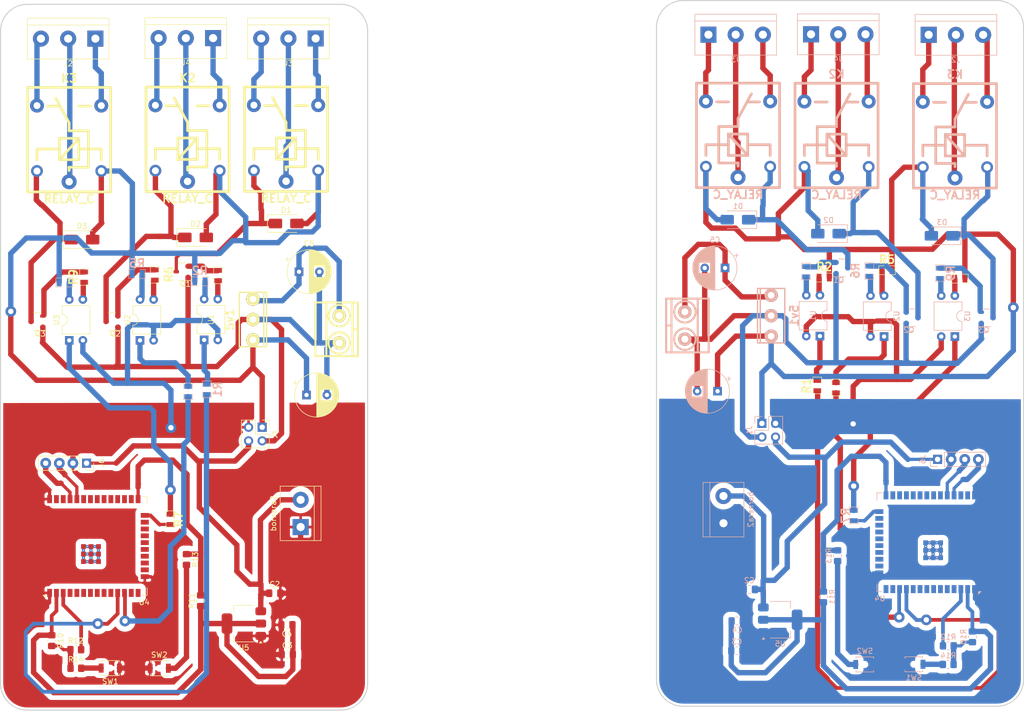
<source format=kicad_pcb>
(kicad_pcb (version 20240108) (generator "pcbnew") (generator_version "8.0")
  (layers (0 "F.Cu" signal) (31 "B.Cu" signal) (34 "B.Paste" user) (35 "F.Paste" user) (36 "B.SilkS" user "B.Silkscreen") (37 "F.SilkS" user "F.Silkscreen") (38 "B.Mask" user) (39 "F.Mask" user) (44 "Edge.Cuts" user))
  (net 0 "")
  (net 1 "Net-(D1-A)")
  (net 2 "Net-(D2-A)")
  (net 3 "Net-(D3-A)")
  (net 4 "GND")
  (net 5 "Net-(R1-Pad2)")
  (net 6 "Net-(R2-Pad1)")
  (net 7 "Net-(R3-Pad1)")
  (net 8 "Net-(R4-Pad2)")
  (net 9 "Net-(R6-Pad1)")
  (net 10 "Net-(R5-Pad1)")
  (net 11 "Net-(R9-Pad1)")
  (net 12 "Net-(R8-Pad1)")
  (net 13 "Net-(R7-Pad2)")
  (net 14 "/R3")
  (net 15 "/R2")
  (net 16 "/R1")
  (net 17 "/NO1")
  (net 18 "Net-(Q1-B)")
  (net 19 "Net-(Q2-B)")
  (net 20 "Net-(Q3-B)")
  (net 21 "/NC1")
  (net 22 "/C1")
  (net 23 "/NC2")
  (net 24 "/NO2")
  (net 25 "/C2")
  (net 26 "/NC3")
  (net 27 "/C3")
  (net 28 "/NO3")
  (net 29 "/5V")
  (net 30 "/VIN")
  (net 31 "/3.3V")
  (net 32 "/RX")
  (net 33 "/TX")
  (net 34 "/SWITCH")
  (net 35 "Net-(R13-Pad2)")
  (net 36 "/FLASH")
  (net 39 "/EN")
  (net 65 "Net-(R14-Pad2)")
  (net 66 "/GNDE")
  (net 67 "/5VES")
  (footprint "Resistor_SMD:R_0805_2012Metric_Pad1.20x1.40mm_HandSolder" (layer "F.Cu") (at 89.3292 131.2362 -90)
    (property "Reference" "R13")
    (property "Value" "470")
  )
  (footprint "EESTN5:R_0805" (layer "F.Cu") (at 70.2292 78.5362 90)
    (property "Reference" "R9")
    (property "Value" "R" (hide yes))
  )
  (footprint "Package_DIP:DIP-4_W7.62mm" (layer "F.Cu") (at 92.6292 90.2562 90)
    (property "Reference" "U1")
    (property "Value" "PC817")
  )
  (footprint "RF_Module:ESP32-WROOM-32E" (layer "F.Cu") (at 69.0492 128.7162 90)
    (property "Reference" "U4")
    (property "Value" "ESP32-WROOM-32E__4MB_")
  )
  (footprint "TerminalBlock:TerminalBlock_bornier-3_P5.08mm" (layer "F.Cu") (at 94.2892 33.9362 180)
    (property "Reference" "J4")
    (property "Value" "Screw_Terminal_01x03")
  )
  (footprint "MMBT3904-Diotec-Semiconductor-Symbol-Kicad-1:P200_SOT-23" (layer "F.Cu") (at 76.5292 87.8662 180)
    (property "Reference" "Q2")
    (property "Value" "2N3904")
  )
  (footprint "EESTN5:R_0805" (layer "F.Cu") (at 86.3292 123.7362 90)
    (property "Reference" "R7")
    (property "Value" "R" (hide yes))
  )
  (footprint "TerminalBlock:TerminalBlock_bornier-2_P5.08mm" (layer "F.Cu") (at 110.6292 125.1762 90)
    (property "Reference" "bornera2")
    (property "Value" "bornera")
  )
  (footprint "Capacitor_THT:CP_Radial_D8.0mm_P3.80mm" (layer "F.Cu") (at 111.7292 100.5362)
    (property "Reference" "C6" (hide yes))
    (property "Value" "100uf")
  )
  (footprint "Capacitor_THT:CP_Radial_D8.0mm_P3.80mm" (layer "F.Cu") (at 110.326549 77.5362)
    (property "Reference" "C5")
    (property "Value" "100uf")
  )
  (footprint "EESTN5:BORNERA2_AZUL" (layer "F.Cu") (at 117.8292 88.2762 90)
    (property "Reference" "bornera1" (hide yes))
    (property "Value" "bornera" (hide yes))
  )
  (footprint "Diode_SMD:D_SMA" (layer "F.Cu") (at 91.0292 71.1362)
    (property "Reference" "D2")
    (property "Value" "DIODE")
  )
  (footprint "Resistor_SMD:R_0805_2012Metric_Pad1.20x1.40mm_HandSolder" (layer "F.Cu") (at 91.9792 138.9262 90)
    (property "Reference" "R11")
    (property "Value" "10K")
  )
  (footprint "Diode_SMD:D_SMA" (layer "F.Cu") (at 107.9292 68.5362)
    (property "Reference" "D1")
    (property "Value" "DIODE")
  )
  (footprint "Button_Switch_SMD:SW_SPST_B3U-1000P-B" (layer "F.Cu") (at 84.2492 151.5262)
    (property "Reference" "SW2")
    (property "Value" "SW_Push")
  )
  (footprint "EESTN5:Relay_C" (layer "F.Cu") (at 107.9092 52.5462 180)
    (property "Reference" "K1" (hide yes))
    (property "Value" "RELAY_C")
  )
  (footprint "Capacitor_SMD:C_0805_2012Metric_Pad1.18x1.45mm_HandSolder" (layer "F.Cu") (at 105.7992 137.5262)
    (property "Reference" "C2")
    (property "Value" "C")
  )
  (footprint "Package_DIP:DIP-4_W7.62mm" (layer "F.Cu") (at 67.4542 90.3362 90)
    (property "Reference" "U3")
    (property "Value" "PC817")
  )
  (footprint "MMBT3904-Diotec-Semiconductor-Symbol-Kicad-1:P200_SOT-23" (layer "F.Cu") (at 89.6292 78.5662 180)
    (property "Reference" "Q1")
    (property "Value" "2N3904")
  )
  (footprint "EESTN5:R_0805" (layer "F.Cu") (at 220.0326 77.2462)
    (property "Reference" "R5")
    (property "Value" "R" (hide yes))
  )
  (footprint "MMBT3904-Diotec-Semiconductor-Symbol-Kicad-1:P200_SOT-23" (layer "F.Cu") (at 62.5292 87.8662 180)
    (property "Reference" "Q3")
    (property "Value" "2N3904")
  )
  (footprint "EESTN5:Relay_C" (layer "F.Cu") (at 67.4292 52.6362 180)
    (property "Reference" "K3")
    (property "Value" "RELAY_C")
  )
  (footprint "TerminalBlock:TerminalBlock_bornier-3_P5.08mm" (layer "F.Cu") (at 72.3292 34.0362 180)
    (property "Reference" "J2")
    (property "Value" "Screw_Terminal_01x03")
  )
  (footprint "Capacitor_SMD:C_0805_2012Metric_Pad1.18x1.45mm_HandSolder" (layer "F.Cu") (at 108.1392 148.9637)
    (property "Reference" "C3")
    (property "Value" "C")
  )
  (footprint "Resistor_SMD:R_0805_2012Metric_Pad1.20x1.40mm_HandSolder" (layer "F.Cu") (at 68.6892 151.5262)
    (property "Reference" "R14")
    (property "Value" "470")
  )
  (footprint "EESTN5:R_0805" (layer "F.Cu") (at 208.3326 78.6262)
    (property "Reference" "R2")
    (property "Value" "R" (hide yes))
  )
  (footprint "EESTN5:TO-220-2" (layer "F.Cu") (at 101.7292 86.4462 -90)
    (property "Reference" "5v1")
    (property "Value" "LM7805_TO220" (hide yes))
  )
  (footprint "EESTN5:R_0805" (layer "F.Cu") (at 207.0326 98.7787 90)
    (property "Reference" "R1")
    (property "Value" "R" (hide yes))
  )
  (footprint "Connector_PinHeader_2.54mm:PinHeader_2x02_P2.54mm_Vertical" (layer "F.Cu") (at 103.4542 106.553 -90)
    (property "Reference" "J1")
    (property "Value" "Conn_02x02_Counter_Clockwise")
  )
  (footprint "Resistor_SMD:R_0805_2012Metric_Pad1.20x1.40mm_HandSolder" (layer "F.Cu") (at 68.6692 148.0562)
    (property "Reference" "R12")
    (property "Value" "10K")
  )
  (footprint "EESTN5:R_0805" (layer "F.Cu") (at 95.2292 78.2362 90)
    (property "Reference" "R3" (hide yes))
    (property "Value" "R" (hide yes))
  )
  (footprint "EESTN5:R_0805" (layer "F.Cu") (at 83.4292 78.1362 90)
    (property "Reference" "R6")
    (property "Value" "R" (hide yes))
  )
  (footprint "Button_Switch_SMD:SW_SPST_B3U-1000P-B" (layer "F.Cu") (at 75.1092 151.4962 180)
    (property "Reference" "SW1")
    (property "Value" "SW_Push")
  )
  (footprint "Capacitor_SMD:C_0805_2012Metric_Pad1.18x1.45mm_HandSolder" (layer "F.Cu") (at 108.0667 143.4337 180)
    (property "Reference" "C4")
    (property "Value" "C")
  )
  (footprint "Connector_PinSocket_2.54mm:PinSocket_1x04_P2.54mm_Vertical" (layer "F.Cu") (at 70.6792 113.2562 -90)
    (property "Reference" "J6")
    (property "Value" "Conn_01x04_Pin")
  )
  (footprint "Diode_SMD:D_SMA" (layer "F.Cu") (at 69.8292 71.5362)
    (property "Reference" "D3")
    (property "Value" "DIODE" (hide yes))
  )
  (footprint "Package_DIP:DIP-4_W7.62mm" (layer "F.Cu") (at 80.6542 90.3362 90)
    (property "Reference" "U2")
    (property "Value" "PC817")
  )
  (footprint "Package_TO_SOT_SMD:SOT-223-3_TabPin2" (layer "F.Cu") (at 100.0392 143.1862 180)
    (property "Reference" "U5")
    (property "Value" "NCP1117-1.5_SOT223")
  )
  (footprint "EESTN5:Relay_C" (layer "F.Cu") (at 89.5292 52.5762 180)
    (property "Reference" "K2")
    (property "Value" "RELAY_C")
  )
  (footprint "EESTN5:R_0805" (layer "F.Cu") (at 210.5326 99.1787 90)
    (property "Reference" "R4" (hide yes))
    (property "Value" "R" (hide yes))
  )
  (footprint "EESTN5:R_0805" (layer "F.Cu") (at 233.6326 78.8262)
    (property "Reference" "R8" (hide yes))
    (property "Value" "R" (hide yes))
  )
  (footprint "Resistor_SMD:R_0805_2012Metric_Pad1.20x1.40mm_HandSolder" (layer "F.Cu") (at 64.1792 146.3662 -90)
    (property "Reference" "R10")
    (property "Value" "10K")
  )
  (footprint "TerminalBlock:TerminalBlock_bornier-3_P5.08mm" (layer "F.Cu") (at 113.4292 34.0062 180)
    (property "Reference" "J3")
    (property "Value" "Screw_Terminal_01x03")
  )
  (footprint "EESTN5:Relay_C" (layer "B.Cu") (at 210.6326 51.8662)
    (property "Reference" "K2")
    (property "Value" "RELAY_C")
  )
  (footprint "Capacitor_SMD:C_0805_2012Metric_Pad1.18x1.45mm_HandSolder" (layer "B.Cu") (at 192.0226 148.2537 180)
    (property "Reference" "C3")
    (property "Value" "C")
  )
  (footprint "EESTN5:Relay_C" (layer "B.Cu") (at 232.7326 51.9262)
    (property "Reference" "K3")
    (property "Value" "RELAY_C")
  )
  (footprint "EESTN5:R_0805" (layer "B.Cu") (at 91.8292 79.3362 180)
    (property "Reference" "R2")
    (property "Value" "R" (hide yes))
  )
  (footprint "TerminalBlock:TerminalBlock_bornier-3_P5.08mm" (layer "B.Cu") (at 205.8726 33.2262)
    (property "Reference" "J4")
    (property "Value" "Screw_Terminal_01x03")
  )
  (footprint "EESTN5:R_0805" (layer "B.Cu") (at 89.6292 99.8887 90)
    (property "Reference" "R4" (hide yes))
    (property "Value" "R" (hide yes))
  )
  (footprint "Package_TO_SOT_SMD:SOT-223-3_TabPin2" (layer "B.Cu") (at 200.1226 142.4762)
    (property "Reference" "U5")
    (property "Value" "NCP1117-1.5_SOT223")
  )
  (footprint "Resistor_SMD:R_0805_2012Metric_Pad1.20x1.40mm_HandSolder" (layer "B.Cu") (at 231.4926 147.3462 180)
    (property "Reference" "R12")
    (property "Value" "10K")
  )
  (footprint "Button_Switch_SMD:SW_SPST_B3U-1000P-B" (layer "B.Cu") (at 215.9126 150.8162 180)
    (property "Reference" "SW2")
    (property "Value" "SW_Push")
  )
  (footprint "TerminalBlock:TerminalBlock_bornier-2_P5.08mm" (layer "B.Cu") (at 189.5326 124.4662 90)
    (property "Reference" "bornera2")
    (property "Value" "bornera")
  )
  (footprint "EESTN5:R_0805" (layer "B.Cu") (at 216.7326 77.4262 90)
    (property "Reference" "R6")
    (property "Value" "R" (hide yes))
  )
  (footprint "MMBT3904-Diotec-Semiconductor-Symbol-Kicad-1:P200_SOT-23" (layer "B.Cu") (at 210.5326 77.8562)
    (property "Reference" "Q1")
    (property "Value" "2N3904")
  )
  (footprint "Diode_SMD:D_SMA" (layer "B.Cu") (at 230.3326 70.8262 180)
    (property "Reference" "D3")
    (property "Value" "DIODE" (hide yes))
  )
  (footprint "Connector_PinHeader_2.54mm:PinHeader_2x02_P2.54mm_Vertical" (layer "B.Cu") (at 196.7076 105.843 -90)
    (property "Reference" "J1")
    (property "Value" "Conn_02x02_Counter_Clockwise")
  )
  (footprint "EESTN5:R_0805" (layer "B.Cu") (at 204.9326 77.5262 90)
    (property "Reference" "R3" (hide yes))
    (property "Value" "R" (hide yes))
  )
  (footprint "EESTN5:TO-220-2" (layer "B.Cu") (at 198.4326 85.7362 -90)
    (property "Reference" "5v1")
    (property "Value" "LM7805_TO220" (hide yes))
  )
  (footprint "Capacitor_THT:CP_Radial_D8.0mm_P3.80mm" (layer "B.Cu") (at 189.835251 76.8262 180)
    (property "Reference" "C5")
    (property "Value" "100uf")
  )
  (footprint "EESTN5:R_0805" (layer "B.Cu") (at 93.1292 99.4887 90)
    (property "Reference" "R1")
    (property "Value" "R" (hide yes))
  )
  (footprint "EESTN5:R_0805" (layer "B.Cu") (at 229.9326 77.8262 90)
    (property "Reference" "R9")
    (property "Value" "R" (hide yes))
  )
  (footprint "EESTN5:Relay_C" (layer "B.Cu") (at 192.2526 51.8362)
    (property "Reference" "K1" (hide yes))
    (property "Value" "RELAY_C")
  )
  (footprint "Resistor_SMD:R_0805_2012Metric_Pad1.20x1.40mm_HandSolder" (layer "B.Cu") (at 210.8326 130.5262 -90)
    (property "Reference" "R13")
    (property "Value" "470")
  )
  (footprint "RF_Module:ESP32-WROOM-32E" (layer "B.Cu") (at 231.1126 128.0062 90)
    (property "Reference" "U4")
    (property "Value" "ESP32-WROOM-32E__4MB_")
  )
  (footprint "Package_DIP:DIP-4_W7.62mm" (layer "B.Cu") (at 232.7076 89.6262 90)
    (property "Reference" "U3")
    (property "Value" "PC817")
  )
  (footprint "Diode_SMD:D_SMA" (layer "B.Cu") (at 192.2326 67.8262 180)
    (property "Reference" "D1")
    (property "Value" "DIODE")
  )
  (footprint "Capacitor_SMD:C_0805_2012Metric_Pad1.18x1.45mm_HandSolder" (layer "B.Cu") (at 194.3626 136.8162 180)
    (property "Reference" "C2")
    (property "Value" "C")
  )
  (footprint "TerminalBlock:TerminalBlock_bornier-3_P5.08mm" (layer "B.Cu") (at 186.7326 33.2962)
    (property "Reference" "J3")
    (property "Value" "Screw_Terminal_01x03")
  )
  (footprint "Capacitor_THT:CP_Radial_D8.0mm_P3.80mm" (layer "B.Cu") (at 188.4326 99.8262 180)
    (property "Reference" "C6" (hide yes))
    (property "Value" "100uf")
  )
  (footprint "Diode_SMD:D_SMA" (layer "B.Cu") (at 209.1326 70.4262 180)
    (property "Reference" "D2")
    (property "Value" "DIODE")
  )
  (footprint "Resistor_SMD:R_0805_2012Metric_Pad1.20x1.40mm_HandSolder" (layer "B.Cu") (at 235.9826 145.6562 -90)
    (property "Reference" "R10")
    (property "Value" "10K")
  )
  (footprint "Resistor_SMD:R_0805_2012Metric_Pad1.20x1.40mm_HandSolder" (layer "B.Cu") (at 231.4726 150.8162 180)
    (property "Reference" "R14")
    (property "Value" "470")
  )
  (footprint "Package_DIP:DIP-4_W7.62mm" (layer "B.Cu") (at 207.5326 89.5462 90)
    (property "Reference" "U1")
    (property "Value" "PC817")
  )
  (footprint "TerminalBlock:TerminalBlock_bornier-3_P5.08mm" (layer "B.Cu") (at 227.8326 33.3262)
    (property "Reference" "J2")
    (property "Value" "Screw_Terminal_01x03")
  )
  (footprint "Connector_PinSocket_2.54mm:PinSocket_1x04_P2.54mm_Vertical" (layer "B.Cu") (at 229.4826 112.5462 -90)
    (property "Reference" "J6")
    (property "Value" "Conn_01x04_Pin")
  )
  (footprint "EESTN5:R_0805" (layer "B.Cu") (at 213.8326 123.0262 90)
    (property "Reference" "R7")
    (property "Value" "R" (hide yes))
  )
  (footprint "MMBT3904-Diotec-Semiconductor-Symbol-Kicad-1:P200_SOT-23" (layer "B.Cu") (at 237.6326 87.1562)
    (property "Reference" "Q3")
    (property "Value" "2N3904")
  )
  (footprint "Capacitor_SMD:C_0805_2012Metric_Pad1.18x1.45mm_HandSolder" (layer "B.Cu") (at 192.0951 142.7237)
    (property "Reference" "C4")
    (property "Value" "C")
  )
  (footprint "EESTN5:BORNERA2_AZUL" (layer "B.Cu") (at 182.3326 87.5662 90)
    (property "Reference" "bornera1" (hide yes))
    (property "Value" "bornera" (hide yes))
  )
  (footprint "EESTN5:R_0805" (layer "B.Cu") (at 66.5292 79.5362 180)
    (property "Reference" "R8" (hide yes))
    (property "Value" "R" (hide yes))
  )
  (footprint "Resistor_SMD:R_0805_2012Metric_Pad1.20x1.40mm_HandSolder" (layer "B.Cu") (at 208.1826 138.2162 90)
    (property "Reference" "R11")
    (property "Value" "10K")
  )
  (footprint "MMBT3904-Diotec-Semiconductor-Symbol-Kicad-1:P200_SOT-23" (layer "B.Cu") (at 223.6326 87.1562)
    (property "Reference" "Q2")
    (property "Value" "2N3904")
  )
  (footprint "Package_DIP:DIP-4_W7.62mm" (layer "B.Cu") (at 219.5076 89.6262 90)
    (property "Reference" "U2")
    (property "Value" "PC817")
  )
  (footprint "EESTN5:R_0805" (layer "B.Cu") (at 80.1292 77.9562 180)
    (property "Reference" "R5")
    (property "Value" "R" (hide yes))
  )
  (footprint "Button_Switch_SMD:SW_SPST_B3U-1000P-B" (layer "B.Cu") (at 225.0526 150.7862)
    (property "Reference" "SW1")
    (property "Value" "SW_Push")
  )
  (gr_line (start 177.0326 153.6262) (end 177.0326 31.9262) (stroke (width 0.2)) (layer "Edge.Cuts"))
  (gr_line (start 54.6292 154.3362) (end 54.6292 32.6362) (stroke (width 0.2)) (layer "Edge.Cuts"))
  (gr_line (start 182.0326 26.9262) (end 240.5326 26.9262) (stroke (width 0.2)) (layer "Edge.Cuts"))
  (gr_arc (start 54.6292 32.6362) (mid 56.093666 29.100666) (end 59.6292 27.6362) (stroke (width 0.2)) (layer "Edge.Cuts"))
  (gr_line (start 59.6292 27.6362) (end 118.1292 27.6362) (stroke (width 0.2)) (layer "Edge.Cuts"))
  (gr_line (start 123.1292 32.6362) (end 123.1292 154.3362) (stroke (width 0.2)) (layer "Edge.Cuts"))
  (gr_arc (start 123.1292 154.3362) (mid 121.664734 157.871734) (end 118.1292 159.3362) (stroke (width 0.2)) (layer "Edge.Cuts"))
  (gr_arc (start 240.5326 26.9262) (mid 244.068134 28.390666) (end 245.5326 31.9262) (stroke (width 0.2)) (layer "Edge.Cuts"))
  (gr_line (start 240.5326 158.6262) (end 182.0326 158.6262) (stroke (width 0.2)) (layer "Edge.Cuts"))
  (gr_arc (start 177.0326 31.9262) (mid 178.497066 28.390666) (end 182.0326 26.9262) (stroke (width 0.2)) (layer "Edge.Cuts"))
  (gr_line (start 245.5326 31.9262) (end 245.5326 153.6262) (stroke (width 0.2)) (layer "Edge.Cuts"))
  (gr_line (start 118.1292 159.3362) (end 59.6292 159.3362) (stroke (width 0.2)) (layer "Edge.Cuts"))
  (gr_arc (start 59.6292 159.3362) (mid 56.093666 157.871734) (end 54.6292 154.3362) (stroke (width 0.2)) (layer "Edge.Cuts"))
  (gr_arc (start 118.1292 27.6362) (mid 121.664734 29.100666) (end 123.1292 32.6362) (stroke (width 0.2)) (layer "Edge.Cuts"))
  (gr_arc (start 245.5326 153.6262) (mid 244.068134 157.161734) (end 240.5326 158.6262) (stroke (width 0.2)) (layer "Edge.Cuts"))
  (gr_arc (start 182.0326 158.6262) (mid 178.497066 157.161734) (end 177.0326 153.6262) (stroke (width 0.2)) (layer "Edge.Cuts"))
  (segment (start 103.2292 65.9362) (end 103.2292 62.8362) (width 1) (layer "F.Cu") (net 1))
  (segment (start 88.2292 74.1362) (end 95.1292 74.1362) (width 1) (layer "F.Cu") (net 1))
  (segment (start 103.3292 66.0362) (end 103.2292 65.9362) (width 0.6) (layer "F.Cu") (net 1))
  (segment (start 103.3292 68.5362) (end 103.3292 66.0362) (width 1) (layer "F.Cu") (net 1))
  (segment (start 95.1292 74.1362) (end 100.7292 68.5362) (width 1) (layer "F.Cu") (net 1))
  (segment (start 87.4292 74.9362) (end 88.2292 74.1362) (width 0.6) (layer "F.Cu") (net 1))
  (segment (start 105.9292 68.5362) (end 103.3292 68.5362) (width 1) (layer "F.Cu") (net 1))
  (segment (start 103.2292 62.8362) (end 101.9092 61.5162) (width 1) (layer "F.Cu") (net 1))
  (segment (start 87.4292 77.5362) (end 87.4292 74.9362) (width 0.6) (layer "F.Cu") (net 1))
  (segment (start 100.7292 68.5362) (end 103.3292 68.5362) (width 1) (layer "F.Cu") (net 1))
  (segment (start 101.9092 61.5162) (end 101.9092 58.6462) (width 1) (layer "F.Cu") (net 1))
  (segment (start 212.7326 76.8262) (end 212.7326 74.2262) (width 1) (layer "B.Cu") (net 1))
  (segment (start 199.4326 67.8262) (end 196.8326 67.8262) (width 1) (layer "B.Cu") (net 1))
  (segment (start 205.0326 73.4262) (end 199.4326 67.8262) (width 1) (layer "B.Cu") (net 1))
  (segment (start 194.2326 67.8262) (end 196.8326 67.8262) (width 1) (layer "B.Cu") (net 1))
  (segment (start 211.9326 73.4262) (end 205.0326 73.4262) (width 1) (layer "B.Cu") (net 1))
  (segment (start 196.9326 65.2262) (end 196.9326 62.1262) (width 1) (layer "B.Cu") (net 1))
  (segment (start 196.9326 62.1262) (end 198.2526 60.8062) (width 1) (layer "B.Cu") (net 1))
  (segment (start 198.2526 60.8062) (end 198.2526 57.9362) (width 1) (layer "B.Cu") (net 1))
  (segment (start 212.7326 74.2262) (end 211.9326 73.4262) (width 1) (layer "B.Cu") (net 1))
  (segment (start 196.8326 67.8262) (end 196.8326 65.3262) (width 1) (layer "B.Cu") (net 1))
  (segment (start 196.8326 65.3262) (end 196.9326 65.2262) (width 0.6) (layer "B.Cu") (net 1))
  (segment (start 83.5292 62.3962) (end 83.5292 58.6762) (width 1) (layer "F.Cu") (net 2))
  (segment (start 84.0292 70.9362) (end 86.7292 70.9362) (width 1) (layer "F.Cu") (net 2))
  (segment (start 81.8292 70.9362) (end 84.6292 70.9362) (width 1) (layer "F.Cu") (net 2))
  (segment (start 86.9292 71.1362) (end 86.7292 70.9362) (width 0.6) (layer "F.Cu") (net 2))
  (segment (start 74.3292 86.8362) (end 74.3292 78.4362) (width 1) (layer "F.Cu") (net 2))
  (segment (start 86.7292 70.9362) (end 86.4292 70.6362) (width 0.6) (layer "F.Cu") (net 2))
  (segment (start 86.4292 70.6362) (end 86.4292 65.2962) (width 1) (layer "F.Cu") (net 2))
  (segment (start 89.0292 71.1362) (end 86.9292 71.1362) (width 1) (layer "F.Cu") (net 2))
  (segment (start 86.4292 65.2962) (end 83.5292 62.3962) (width 1) (layer "F.Cu") (net 2))
  (segment (start 74.3292 78.4362) (end 81.8292 70.9362) (width 1) (layer "F.Cu") (net 2))
  (segment (start 213.7326 64.5862) (end 216.6326 61.6862) (width 1) (layer "B.Cu") (net 2))
  (segment (start 211.1326 70.4262) (end 213.2326 70.4262) (width 1) (layer "B.Cu") (net 2))
  (segment (start 213.2326 70.4262) (end 213.4326 70.2262) (width 0.6) (layer "B.Cu") (net 2))
  (segment (start 216.6326 61.6862) (end 216.6326 57.9662) (width 1) (layer "B.Cu") (net 2))
  (segment (start 216.1326 70.2262) (end 213.4326 70.2262) (width 1) (layer "B.Cu") (net 2))
  (segment (start 218.3326 70.2262) (end 215.5326 70.2262) (width 1) (layer "B.Cu") (net 2))
  (segment (start 213.4326 70.2262) (end 213.7326 69.9262) (width 0.6) (layer "B.Cu") (net 2))
  (segment (start 225.8326 86.1262) (end 225.8326 77.7262) (width 1) (layer "B.Cu") (net 2))
  (segment (start 225.8326 77.7262) (end 218.3326 70.2262) (width 1) (layer "B.Cu") (net 2))
  (segment (start 213.7326 69.9262) (end 213.7326 64.5862) (width 1) (layer "B.Cu") (net 2))
  (segment (start 62.2292 65.0562) (end 62.3492 65.0562) (width 0.6) (layer "F.Cu") (net 3))
  (segment (start 65.5292 71.7362) (end 65.7292 71.7362) (width 0.6) (layer "F.Cu") (net 3))
  (segment (start 66.2292 71.3362) (end 66.4292 71.5362) (width 0.6) (layer "F.Cu") (net 3))
  (segment (start 65.7292 68.4362) (end 65.7292 71.7362) (width 1) (layer "F.Cu") (net 3))
  (segment (start 61.3192 58.8462) (end 61.4292 58.7362) (width 1) (layer "F.Cu") (net 3))
  (segment (start 66.4292 71.5362) (end 67.8292 71.5362) (width 0.6) (layer "F.Cu") (net 3))
  (segment (start 62.2292 65.0562) (end 61.3192 64.1462) (width 1) (layer "F.Cu") (net 3))
  (segment (start 60.3292 75.8362) (end 64.8292 71.3362) (width 1) (layer "F.Cu") (net 3))
  (segment (start 61.3192 64.1462) (end 61.3192 58.8462) (width 1) (layer "F.Cu") (net 3))
  (segment (start 64.8292 71.3362) (end 66.2292 71.3362) (width 1) (layer "F.Cu") (net 3))
  (segment (start 62.3492 65.0562) (end 65.7292 68.4362) (width 1) (layer "F.Cu") (net 3))
  (segment (start 60.3292 86.8362) (end 60.3292 75.8362) (width 1) (layer "F.Cu") (net 3))
  (segment (start 237.9326 64.3462) (end 237.8126 64.3462) (width 0.6) (layer "B.Cu") (net 3))
  (segment (start 235.3326 70.6262) (end 233.9326 70.6262) (width 1) (layer "B.Cu") (net 3))
  (segment (start 237.9326 64.3462) (end 238.8426 63.4362) (width 1) (layer "B.Cu") (net 3))
  (segment (start 237.8126 64.3462) (end 234.4326 67.7262) (width 1) (layer "B.Cu") (net 3))
  (segment (start 238.8426 63.4362) (end 238.8426 58.1362) (width 1) (layer "B.Cu") (net 3))
  (segment (start 239.8326 75.1262) (end 235.3326 70.6262) (width 1) (layer "B.Cu") (net 3))
  (segment (start 234.6326 71.0262) (end 234.4326 71.0262) (width 0.6) (layer "B.Cu") (net 3))
  (segment (start 239.8326 86.1262) (end 239.8326 75.1262) (width 1) (layer "B.Cu") (net 3))
  (segment (start 238.8426 58.1362) (end 238.7326 58.0262) (width 1) (layer "B.Cu") (net 3))
  (segment (start 233.7326 70.8262) (end 232.3326 70.8262) (width 0.6) (layer "B.Cu") (net 3))
  (segment (start 234.4326 67.7262) (end 234.4326 71.0262) (width 1) (layer "B.Cu") (net 3))
  (segment (start 233.9326 70.6262) (end 233.7326 70.8262) (width 0.6) (layer "B.Cu") (net 3))
  (segment (start 89.6292 78.5662) (end 89.6292 95.2246) (width 1) (layer "F.Cu") (net 4))
  (segment (start 98.9838 91.2622) (end 95.0214 95.2246) (width 1) (layer "F.Cu") (net 4))
  (segment (start 67.0292 95.3362) (end 76.0292 95.3362) (width 1) (layer "F.Cu") (net 4))
  (segment (start 98.9838 87.0966) (end 98.9838 91.2622) (width 1) (layer "F.Cu") (net 4))
  (segment (start 99.6342 86.4462) (end 98.9838 87.0966) (width 1) (layer "F.Cu") (net 4))
  (segment (start 105.664 109.093) (end 107.061 107.696) (width 1) (layer "F.Cu") (net 4))
  (segment (start 62.5292 90.6362) (end 62.4292 90.7362) (width 0.6) (layer "F.Cu") (net 4))
  (segment (start 191.5226 85.7362) (end 187.1326 90.1262) (width 1) (layer "F.Cu") (net 4))
  (segment (start 198.4326 85.7362) (end 191.5226 85.7362) (width 1) (layer "F.Cu") (net 4))
  (segment (start 107.061 88.3158) (end 105.1914 86.4462) (width 1) (layer "F.Cu") (net 4))
  (segment (start 185.8326 90.1062) (end 182.3326 90.1062) (width 1) (layer "F.Cu") (net 4))
  (segment (start 186.035251 76.8262) (end 186.035251 89.903549) (width 1) (layer "F.Cu") (net 4))
  (segment (start 62.4292 90.7362) (end 67.0292 95.3362) (width 1) (layer "F.Cu") (net 4))
  (segment (start 187.1126 90.1062) (end 185.8326 90.1062) (width 1) (layer "F.Cu") (net 4))
  (segment (start 103.4542 109.093) (end 105.664 109.093) (width 1) (layer "F.Cu") (net 4))
  (segment (start 76.5292 87.8662) (end 76.5556 87.8926) (width 1) (layer "F.Cu") (net 4))
  (segment (start 77.2922 95.3362) (end 77.4038 95.2246) (width 0.6) (layer "F.Cu") (net 4))
  (segment (start 89.6292 78.5662) (end 89.5292 78.6662) (width 0.6) (layer "F.Cu") (net 4))
  (segment (start 62.5292 87.8662) (end 62.5292 90.6362) (width 1) (layer "F.Cu") (net 4))
  (segment (start 184.6326 91.1262) (end 184.6326 99.8262) (width 1) (layer "F.Cu") (net 4))
  (segment (start 105.1914 86.4462) (end 101.7292 86.4462) (width 1) (layer "F.Cu") (net 4))
  (segment (start 183.6126 90.1062) (end 184.6326 91.1262) (width 1) (layer "F.Cu") (net 4))
  (segment (start 76.5556 94.8098) (end 76.0292 95.3362) (width 1) (layer "F.Cu") (net 4))
  (segment (start 187.1326 90.1262) (end 187.1126 90.1062) (width 1) (layer "F.Cu") (net 4))
  (segment (start 76.5556 87.8926) (end 76.5556 94.8098) (width 1) (layer "F.Cu") (net 4))
  (segment (start 186.035251 89.903549) (end 185.8326 90.1062) (width 1) (layer "F.Cu") (net 4))
  (segment (start 89.027 95.2246) (end 89.6292 95.2246) (width 0.6) (layer "F.Cu") (net 4))
  (segment (start 95.0214 95.2246) (end 89.027 95.2246) (width 1) (layer "F.Cu") (net 4))
  (segment (start 76.0292 95.3362) (end 77.734 95.3362) (width 1) (layer "F.Cu") (net 4))
  (segment (start 101.7292 86.4462) (end 99.6342 86.4462) (width 1) (layer "F.Cu") (net 4))
  (segment (start 107.061 107.696) (end 107.061 88.3158) (width 1) (layer "F.Cu") (net 4))
  (segment (start 77.4038 95.2246) (end 89.027 95.2246) (width 1) (layer "F.Cu") (net 4))
  (segment (start 182.3326 90.1062) (end 183.6126 90.1062) (width 1) (layer "F.Cu") (net 4))
  (segment (start 223.6062 94.0998) (end 224.1326 94.6262) (width 1) (layer "B.Cu") (net 4))
  (segment (start 193.1008 106.986) (end 193.1008 87.6058) (width 1) (layer "B.Cu") (net 4))
  (segment (start 117.8292 90.8162) (end 116.5492 90.8162) (width 1) (layer "B.Cu") (net 4))
  (segment (start 210.5326 77.8562) (end 210.6326 77.9562) (width 0.6) (layer "B.Cu") (net 4))
  (segment (start 237.6326 89.9262) (end 237.7326 90.0262) (width 0.6) (layer "B.Cu") (net 4))
  (segment (start 233.1326 94.6262) (end 224.1326 94.6262) (width 1) (layer "B.Cu") (net 4))
  (segment (start 101.7292 86.4462) (end 108.6392 86.4462) (width 1) (layer "B.Cu") (net 4))
  (segment (start 201.178 86.3866) (end 201.178 90.5522) (width 1) (layer "B.Cu") (net 4))
  (segment (start 222.8696 94.6262) (end 222.758 94.5146) (width 0.6) (layer "B.Cu") (net 4))
  (segment (start 194.4978 108.383) (end 193.1008 106.986) (width 1) (layer "B.Cu") (net 4))
  (segment (start 210.5326 77.8562) (end 210.5326 94.5146) (width 1) (layer "B.Cu") (net 4))
  (segment (start 113.0492 90.8162) (end 114.3292 90.8162) (width 1) (layer "B.Cu") (net 4))
  (segment (start 224.1326 94.6262) (end 222.4278 94.6262) (width 1) (layer "B.Cu") (net 4))
  (segment (start 115.5292 91.8362) (end 115.5292 100.5362) (width 1) (layer "B.Cu") (net 4))
  (segment (start 200.5276 85.7362) (end 201.178 86.3866) (width 1) (layer "B.Cu") (net 4))
  (segment (start 194.9704 85.7362) (end 198.4326 85.7362) (width 1) (layer "B.Cu") (net 4))
  (segment (start 201.178 90.5522) (end 205.1404 94.5146) (width 1) (layer "B.Cu") (net 4))
  (segment (start 114.126549 77.5362) (end 114.126549 90.613549) (width 1) (layer "B.Cu") (net 4))
  (segment (start 198.4326 85.7362) (end 200.5276 85.7362) (width 1) (layer "B.Cu") (net 4))
  (segment (start 211.1348 94.5146) (end 210.5326 94.5146) (width 0.6) (layer "B.Cu") (net 4))
  (segment (start 114.3292 90.8162) (end 117.8292 90.8162) (width 1) (layer "B.Cu") (net 4))
  (segment (start 193.1008 87.6058) (end 194.9704 85.7362) (width 1) (layer "B.Cu") (net 4))
  (segment (start 108.6392 86.4462) (end 113.0292 90.8362) (width 1) (layer "B.Cu") (net 4))
  (segment (start 222.758 94.5146) (end 211.1348 94.5146) (width 1) (layer "B.Cu") (net 4))
  (segment (start 116.5492 90.8162) (end 115.5292 91.8362) (width 1) (layer "B.Cu") (net 4))
  (segment (start 237.7326 90.0262) (end 233.1326 94.6262) (width 1) (layer "B.Cu") (net 4))
  (segment (start 196.7076 108.383) (end 194.4978 108.383) (width 1) (layer "B.Cu") (net 4))
  (segment (start 223.6326 87.1562) (end 223.6062 87.1826) (width 1) (layer "B.Cu") (net 4))
  (segment (start 113.0292 90.8362) (end 113.0492 90.8162) (width 1) (layer "B.Cu") (net 4))
  (segment (start 223.6062 87.1826) (end 223.6062 94.0998) (width 1) (layer "B.Cu") (net 4))
  (segment (start 237.6326 87.1562) (end 237.6326 89.9262) (width 1) (layer "B.Cu") (net 4))
  (segment (start 114.126549 90.613549) (end 114.3292 90.8162) (width 1) (layer "B.Cu") (net 4))
  (segment (start 205.1404 94.5146) (end 211.1348 94.5146) (width 1) (layer "B.Cu") (net 4))
  (segment (start 206.9076 97.7012) (end 207.0326 97.8262) (width 0.6) (layer "F.Cu") (net 5))
  (segment (start 207.5326 89.5462) (end 207.5326 95.1762) (width 1) (layer "F.Cu") (net 5))
  (segment (start 207.5326 95.1762) (end 206.9076 95.8012) (width 1) (layer "F.Cu") (net 5))
  (segment (start 206.9076 95.8012) (end 206.9076 97.7012) (width 1) (layer "F.Cu") (net 5))
  (segment (start 93.2542 96.5112) (end 93.2542 98.4112) (width 1) (layer "B.Cu") (net 5))
  (segment (start 92.6292 95.8862) (end 93.2542 96.5112) (width 1) (layer "B.Cu") (net 5))
  (segment (start 93.2542 98.4112) (end 93.1292 98.5362) (width 0.6) (layer "B.Cu") (net 5))
  (segment (start 92.6292 90.2562) (end 92.6292 95.8862) (width 1) (layer "B.Cu") (net 5))
  (segment (start 207.3801 78.6262) (end 207.3801 81.7737) (width 1) (layer "F.Cu") (net 6))
  (segment (start 207.3801 81.7737) (end 207.5326 81.9262) (width 0.6) (layer "F.Cu") (net 6))
  (segment (start 92.7817 79.3362) (end 92.7817 82.4837) (width 1) (layer "B.Cu") (net 6))
  (segment (start 92.7817 82.4837) (end 92.6292 82.6362) (width 0.6) (layer "B.Cu") (net 6))
  (segment (start 95.1692 79.2487) (end 95.2292 79.1887) (width 0.6) (layer "F.Cu") (net 7))
  (segment (start 95.1692 82.6362) (end 95.1692 79.2487) (width 1) (layer "F.Cu") (net 7))
  (segment (start 204.9926 78.5387) (end 204.9326 78.4787) (width 0.6) (layer "B.Cu") (net 7))
  (segment (start 204.9926 81.9262) (end 204.9926 78.5387) (width 1) (layer "B.Cu") (net 7))
  (segment (start 210.5326 96.2262) (end 212.9326 93.8262) (width 1) (layer "F.Cu") (net 8))
  (segment (start 210.5326 98.2262) (end 210.5326 96.2262) (width 1) (layer "F.Cu") (net 8))
  (segment (start 219.5076 89.6262) (end 219.5076 93.0512) (width 1) (layer "F.Cu") (net 8))
  (segment (start 212.9326 93.8262) (end 218.7326 93.8262) (width 1) (layer "F.Cu") (net 8))
  (segment (start 219.5076 93.0512) (end 218.7326 93.8262) (width 1) (layer "F.Cu") (net 8))
  (segment (start 80.6542 90.3362) (end 80.6542 93.7612) (width 1) (layer "B.Cu") (net 8))
  (segment (start 89.6292 96.9362) (end 87.2292 94.5362) (width 1) (layer "B.Cu") (net 8))
  (segment (start 89.6292 98.9362) (end 89.6292 96.9362) (width 1) (layer "B.Cu") (net 8))
  (segment (start 80.6542 93.7612) (end 81.4292 94.5362) (width 1) (layer "B.Cu") (net 8))
  (segment (start 87.2292 94.5362) (end 81.4292 94.5362) (width 1) (layer "B.Cu") (net 8))
  (segment (start 83.1942 79.3237) (end 83.5292 78.9887) (width 0.6) (layer "F.Cu") (net 9))
  (segment (start 83.1942 82.7162) (end 83.1942 79.3237) (width 1) (layer "F.Cu") (net 9))
  (segment (start 216.9676 82.0062) (end 216.9676 78.6137) (width 1) (layer "B.Cu") (net 9))
  (segment (start 216.9676 78.6137) (end 216.6326 78.2787) (width 0.6) (layer "B.Cu") (net 9))
  (segment (start 219.5076 82.0062) (end 219.1326 81.6312) (width 1) (layer "F.Cu") (net 10))
  (segment (start 219.1326 81.6312) (end 219.1326 77.2987) (width 1) (layer "F.Cu") (net 10))
  (segment (start 219.1326 77.2987) (end 219.0801 77.2462) (width 0.6) (layer "F.Cu") (net 10))
  (segment (start 81.0292 78.0087) (end 81.0817 77.9562) (width 0.6) (layer "B.Cu") (net 10))
  (segment (start 80.6542 82.7162) (end 81.0292 82.3412) (width 1) (layer "B.Cu") (net 10))
  (segment (start 81.0292 82.3412) (end 81.0292 78.0087) (width 1) (layer "B.Cu") (net 10))
  (segment (start 70.0692 79.6487) (end 70.2292 79.4887) (width 0.6) (layer "F.Cu") (net 11))
  (segment (start 70.0692 82.9362) (end 70.0692 79.6487) (width 1) (layer "F.Cu") (net 11))
  (segment (start 230.0926 82.2262) (end 230.0926 78.9387) (width 1) (layer "B.Cu") (net 11))
  (segment (start 230.0926 78.9387) (end 229.9326 78.7787) (width 0.6) (layer "B.Cu") (net 11))
  (segment (start 232.7076 78.8537) (end 232.6801 78.8262) (width 0.6) (layer "F.Cu") (net 12))
  (segment (start 232.7076 82.0062) (end 232.7076 78.8537) (width 1) (layer "F.Cu") (net 12))
  (segment (start 67.4542 79.5637) (end 67.4817 79.5362) (width 0.6) (layer "B.Cu") (net 12))
  (segment (start 67.4542 82.7162) (end 67.4542 79.5637) (width 1) (layer "B.Cu") (net 12))
  (segment (start 232.7076 89.6262) (end 232.7076 94.7512) (width 1) (layer "F.Cu") (net 13))
  (segment (start 216.9326 102.9262) (end 216.9326 109.3262) (width 1) (layer "F.Cu") (net 13))
  (segment (start 86.3292 122.7837) (end 86.3292 118.2362) (width 1) (layer "F.Cu") (net 13))
  (segment (start 213.8326 112.4262) (end 213.8326 117.5262) (width 1) (layer "F.Cu") (net 13))
  (segment (start 232.7076 94.7512) (end 225.2326 102.2262) (width 1) (layer "F.Cu") (net 13))
  (segment (start 225.2326 102.2262) (end 217.6326 102.2262) (width 1) (layer "F.Cu") (net 13))
  (segment (start 216.9326 109.3262) (end 213.8326 112.4262) (width 1) (layer "F.Cu") (net 13))
  (segment (start 217.6326 102.2262) (end 216.9326 102.9262) (width 1) (layer "F.Cu") (net 13))
  (via (at 213.8326 117.5262) (size 2) (drill 1) (layers "F.Cu" "B.Cu") (net 13))
  (via (at 86.3292 118.2362) (size 2) (drill 1) (layers "F.Cu" "B.Cu") (net 13))
  (segment (start 213.8326 122.0737) (end 213.8326 117.5262) (width 1) (layer "B.Cu") (net 13))
  (segment (start 67.4542 95.4612) (end 74.9292 102.9362) (width 1) (layer "B.Cu") (net 13))
  (segment (start 67.4542 90.3362) (end 67.4542 95.4612) (width 1) (layer "B.Cu") (net 13))
  (segment (start 82.5292 102.9362) (end 83.2292 103.6362) (width 1) (layer "B.Cu") (net 13))
  (segment (start 83.2292 103.6362) (end 83.2292 110.0362) (width 1) (layer "B.Cu") (net 13))
  (segment (start 74.9292 102.9362) (end 82.5292 102.9362) (width 1) (layer "B.Cu") (net 13))
  (segment (start 83.2292 110.0362) (end 86.3292 113.1362) (width 1) (layer "B.Cu") (net 13))
  (segment (start 86.3292 113.1362) (end 86.3292 118.2362) (width 1) (layer "B.Cu") (net 13))
  (segment (start 213.8326 129.5262) (end 213.8326 128.0262) (width 1) (layer "F.Cu") (net 14))
  (segment (start 211.3326 109.0262) (end 210.5326 108.2262) (width 1) (layer "F.Cu") (net 14))
  (segment (start 77.8492 142.7062) (end 77.8492 137.5562) (width 0.7) (layer "F.Cu") (net 14))
  (segment (start 213.8326 139.8062) (end 213.8326 129.5262) (width 1) (layer "F.Cu") (net 14))
  (segment (start 210.5326 108.2262) (end 210.5326 100.1312) (width 1) (layer "F.Cu") (net 14))
  (segment (start 216.0226 141.9962) (end 213.8326 139.8062) (width 1) (layer "F.Cu") (net 14))
  (segment (start 211.3326 125.5262) (end 211.3326 109.0262) (width 1) (layer "F.Cu") (net 14))
  (segment (start 213.8326 128.0262) (end 211.3326 125.5262) (width 1) (layer "F.Cu") (net 14))
  (segment (start 211.3326 125.5262) (end 211.3326 125.2762) (width 0.6) (layer "F.Cu") (net 14))
  (segment (start 222.3126 141.9962) (end 216.0226 141.9962) (width 1) (layer "F.Cu") (net 14))
  (via (at 77.8492 142.7062) (size 2) (drill 1) (layers "F.Cu" "B.Cu") (net 14))
  (via (at 222.3126 141.9962) (size 2) (drill 1) (layers "F.Cu" "B.Cu") (net 14))
  (segment (start 86.3292 128.7362) (end 88.8292 126.2362) (width 1) (layer "B.Cu") (net 14))
  (segment (start 86.3292 130.2362) (end 86.3292 128.7362) (width 1) (layer "B.Cu") (net 14))
  (segment (start 77.8492 142.7062) (end 84.1392 142.7062) (width 1) (layer "B.Cu") (net 14))
  (segment (start 88.8292 126.2362) (end 88.8292 109.7362) (width 1) (layer "B.Cu") (net 14))
  (segment (start 86.3292 140.5162) (end 86.3292 130.2362) (width 1) (layer "B.Cu") (net 14))
  (segment (start 88.8292 126.2362) (end 88.8292 125.9862) (width 0.6) (layer "B.Cu") (net 14))
  (segment (start 89.6292 108.9362) (end 89.6292 100.8412) (width 1) (layer "B.Cu") (net 14))
  (segment (start 88.8292 109.7362) (end 89.6292 108.9362) (width 1) (layer "B.Cu") (net 14))
  (segment (start 222.3126 141.9962) (end 222.3126 136.8462) (width 0.7) (layer "B.Cu") (net 14))
  (segment (start 84.1392 142.7062) (end 86.3292 140.5162) (width 1) (layer "B.Cu") (net 14))
  (segment (start 240.8326 151.9962) (end 237.6226 155.2062) (width 0.7) (layer "F.Cu") (net 15))
  (segment (start 74.5892 143.2362) (end 72.8092 143.2362) (width 0.7) (layer "F.Cu") (net 15))
  (segment (start 76.4892 141.3362) (end 74.5892 143.2362) (width 0.7) (layer "F.Cu") (net 15))
  (segment (start 208.8926 153.4662) (end 206.5426 151.1162) (width 1) (layer "F.Cu") (net 15))
  (segment (start 76.4892 137.4662) (end 76.4892 141.3362) (width 0.7) (layer "F.Cu") (net 15))
  (segment (start 72.8092 143.2362) (end 72.7792 143.2062) (width 0.7) (layer "F.Cu") (net 15))
  (segment (start 72.7492 143.2362) (end 72.4692 143.2362) (width 0.7) (layer "F.Cu") (net 15))
  (segment (start 74.5892 143.2362) (end 74.9592 142.8662) (width 0.7) (layer "F.Cu") (net 15))
  (segment (start 207.1026 100.0962) (end 207.1026 150.5562) (width 1) (layer "F.Cu") (net 15))
  (segment (start 227.3826 142.4962) (end 239.3726 142.4962) (width 0.7) (layer "F.Cu") (net 15))
  (segment (start 239.3726 142.4962) (end 240.8326 143.9562) (width 0.7) (layer "F.Cu") (net 15))
  (segment (start 72.7792 143.2062) (end 72.7492 143.2362) (width 0.7) (layer "F.Cu") (net 15))
  (segment (start 207.2333 150.6869) (end 207.2333 151.8069) (width 0.6) (layer "F.Cu") (net 15))
  (segment (start 208.8926 153.4662) (end 208.0326 152.6062) (width 0.7) (layer "F.Cu") (net 15))
  (segment (start 210.6326 155.2062) (end 208.8926 153.4662) (width 0.7) (layer "F.Cu") (net 15))
  (segment (start 207.1026 150.5562) (end 206.5426 151.1162) (width 0.6) (layer "F.Cu") (net 15))
  (segment (start 240.8326 143.9562) (end 240.8326 151.9962) (width 0.7) (layer "F.Cu") (net 15))
  (segment (start 207.1026 150.5562) (end 207.2333 150.6869) (width 0.6) (layer "F.Cu") (net 15))
  (segment (start 237.6226 155.2062) (end 210.6326 155.2062) (width 0.7) (layer "F.Cu") (net 15))
  (via (at 72.7792 143.2062) (size 2) (drill 1) (layers "F.Cu" "B.Cu") (net 15))
  (via (at 227.3826 142.4962) (size 2) (drill 1) (layers "F.Cu" "B.Cu") (net 15))
  (segment (start 91.2692 154.1762) (end 92.1292 153.3162) (width 0.7) (layer "B.Cu") (net 15))
  (segment (start 223.6726 136.7562) (end 223.6726 140.6262) (width 0.7) (layer "B.Cu") (net 15))
  (segment (start 59.3292 144.6662) (end 59.3292 152.7062) (width 0.7) (layer "B.Cu") (net 15))
  (segment (start 227.3826 142.4962) (end 227.4126 142.5262) (width 0.7) (layer "B.Cu") (net 15))
  (segment (start 59.3292 152.7062) (end 62.5392 155.9162) (width 0.7) (layer "B.Cu") (net 15))
  (segment (start 62.5392 155.9162) (end 89.5292 155.9162) (width 0.7) (layer "B.Cu") (net 15))
  (segment (start 60.7892 143.2062) (end 59.3292 144.6662) (width 0.7) (layer "B.Cu") (net 15))
  (segment (start 91.2692 154.1762) (end 93.0592 152.3862) (width 1) (layer "B.Cu") (net 15))
  (segment (start 89.5292 155.9162) (end 91.2692 154.1762) (width 0.7) (layer "B.Cu") (net 15))
  (segment (start 225.5726 142.5262) (end 227.3526 142.5262) (width 0.7) (layer "B.Cu") (net 15))
  (segment (start 223.6726 140.6262) (end 225.5726 142.5262) (width 0.7) (layer "B.Cu") (net 15))
  (segment (start 72.7792 143.2062) (end 60.7892 143.2062) (width 0.7) (layer "B.Cu") (net 15))
  (segment (start 227.4126 142.5262) (end 227.6926 142.5262) (width 0.7) (layer "B.Cu") (net 15))
  (segment (start 93.0592 152.3862) (end 93.0592 151.2662) (width 1) (layer "B.Cu") (net 15))
  (segment (start 93.0592 100.8062) (end 93.0592 151.2662) (width 1) (layer "B.Cu") (net 15))
  (segment (start 93.0592 151.2662) (end 92.9285 151.3969) (width 0.6) (layer "B.Cu") (net 15))
  (segment (start 225.5726 142.5262) (end 225.2026 142.1562) (width 0.7) (layer "B.Cu") (net 15))
  (segment (start 227.3526 142.5262) (end 227.3826 142.4962) (width 0.7) (layer "B.Cu") (net 15))
  (segment (start 82.5942 123.0012) (end 81.5492 123.0012) (width 0.7) (layer "F.Cu") (net 16))
  (segment (start 86.3292 124.6887) (end 84.3767 124.6887) (width 0.6) (layer "F.Cu") (net 16))
  (segment (start 84.3292 124.7362) (end 82.5942 123.0012) (width 0.7) (layer "F.Cu") (net 16))
  (segment (start 84.3767 124.6887) (end 84.3292 124.7362) (width 0.6) (layer "F.Cu") (net 16))
  (segment (start 217.5676 122.2912) (end 218.6126 122.2912) (width 0.7) (layer "B.Cu") (net 16))
  (segment (start 215.7851 123.9787) (end 215.8326 124.0262) (width 0.6) (layer "B.Cu") (net 16))
  (segment (start 215.8326 124.0262) (end 217.5676 122.2912) (width 0.7) (layer "B.Cu") (net 16))
  (segment (start 213.8326 123.9787) (end 215.7851 123.9787) (width 0.6) (layer "B.Cu") (net 16))
  (segment (start 226.7326 39.7762) (end 226.7326 45.8262) (width 1) (layer "F.Cu") (net 17))
  (segment (start 227.8326 33.3262) (end 227.8326 38.6762) (width 1) (layer "F.Cu") (net 17))
  (segment (start 227.8326 38.6762) (end 226.7326 39.7762) (width 1) (layer "F.Cu") (net 17))
  (segment (start 73.4292 40.4862) (end 73.4292 46.5362) (width 1) (layer "B.Cu") (net 17))
  (segment (start 72.3292 39.3862) (end 73.4292 40.4862) (width 1) (layer "B.Cu") (net 17))
  (segment (start 72.3292 34.0362) (end 72.3292 39.3862) (width 1) (layer "B.Cu") (net 17))
  (segment (start 92.2992 76.5062) (end 93.1292 77.3362) (width 1) (layer "F.Cu") (net 18))
  (segment (start 93.1292 77.3362) (end 95.1767 77.3362) (width 1) (layer "F.Cu") (net 18))
  (segment (start 89.6292 76.5062) (end 92.2992 76.5062) (width 1) (layer "F.Cu") (net 18))
  (segment (start 95.1767 77.3362) (end 95.2292 77.2837) (width 0.6) (layer "F.Cu") (net 18))
  (segment (start 207.0326 76.6262) (end 204.9851 76.6262) (width 1) (layer "B.Cu") (net 18))
  (segment (start 204.9851 76.6262) (end 204.9326 76.5737) (width 0.6) (layer "B.Cu") (net 18))
  (segment (start 210.5326 75.7962) (end 207.8626 75.7962) (width 1) (layer "B.Cu") (net 18))
  (segment (start 207.8626 75.7962) (end 207.0326 76.6262) (width 1) (layer "B.Cu") (net 18))
  (segment (start 80.2292 77.1362) (end 80.2767 77.1837) (width 0.6) (layer "F.Cu") (net 19))
  (segment (start 76.5292 80.8362) (end 80.2292 77.1362) (width 1) (layer "F.Cu") (net 19))
  (segment (start 80.2767 77.1837) (end 83.4292 77.1837) (width 1) (layer "F.Cu") (net 19))
  (segment (start 76.5292 85.8062) (end 76.5292 80.8362) (width 1) (layer "F.Cu") (net 19))
  (segment (start 219.9326 76.4262) (end 219.8851 76.4737) (width 0.6) (layer "B.Cu") (net 19))
  (segment (start 219.8851 76.4737) (end 216.7326 76.4737) (width 1) (layer "B.Cu") (net 19))
  (segment (start 223.6326 85.0962) (end 223.6326 80.1262) (width 1) (layer "B.Cu") (net 19))
  (segment (start 223.6326 80.1262) (end 219.9326 76.4262) (width 1) (layer "B.Cu") (net 19))
  (segment (start 62.7292 80.9362) (end 62.7292 85.6062) (width 1) (layer "F.Cu") (net 20))
  (segment (start 62.7292 85.6062) (end 62.5292 85.8062) (width 0.6) (layer "F.Cu") (net 20))
  (segment (start 66.0817 77.5837) (end 65.8817 77.7837) (width 0.6) (layer "F.Cu") (net 20))
  (segment (start 65.8817 77.7837) (end 62.7292 80.9362) (width 1) (layer "F.Cu") (net 20))
  (segment (start 70.2292 77.5837) (end 66.0817 77.5837) (width 1) (layer "F.Cu") (net 20))
  (segment (start 229.9326 76.8737) (end 234.0801 76.8737) (width 1) (layer "B.Cu") (net 20))
  (segment (start 237.4326 80.2262) (end 237.4326 84.8962) (width 1) (layer "B.Cu") (net 20))
  (segment (start 234.0801 76.8737) (end 234.2801 77.0737) (width 0.6) (layer "B.Cu") (net 20))
  (segment (start 234.2801 77.0737) (end 237.4326 80.2262) (width 1) (layer "B.Cu") (net 20))
  (segment (start 237.4326 84.8962) (end 237.6326 85.0962) (width 0.6) (layer "B.Cu") (net 20))
  (segment (start 238.7326 45.8262) (end 238.7326 34.0662) (width 1) (layer "F.Cu") (net 21))
  (segment (start 238.7326 34.0662) (end 237.9926 33.3262) (width 1) (layer "F.Cu") (net 21))
  (segment (start 61.4292 34.7762) (end 62.1692 34.0362) (width 1) (layer "B.Cu") (net 21))
  (segment (start 61.4292 46.5362) (end 61.4292 34.7762) (width 1) (layer "B.Cu") (net 21))
  (segment (start 67.2492 60.5562) (end 67.4292 60.7362) (width 1) (layer "F.Cu") (net 22))
  (segment (start 232.6126 33.6262) (end 232.6126 59.9062) (width 1) (layer "F.Cu") (net 22))
  (segment (start 232.6126 59.9062) (end 232.7326 60.0262) (width 1) (layer "F.Cu") (net 22))
  (segment (start 232.9126 33.3262) (end 232.6126 33.6262) (width 1) (layer "F.Cu") (net 22))
  (segment (start 232.9126 59.8462) (end 232.7326 60.0262) (width 1) (layer "B.Cu") (net 22))
  (segment (start 67.5492 34.3362) (end 67.5492 60.6162) (width 1) (layer "B.Cu") (net 22))
  (segment (start 67.5492 60.6162) (end 67.4292 60.7362) (width 1) (layer "B.Cu") (net 22))
  (segment (start 67.2492 34.0362) (end 67.5492 34.3362) (width 1) (layer "B.Cu") (net 22))
  (segment (start 196.8926 33.2962) (end 196.8926 39.5562) (width 1) (layer "F.Cu") (net 23))
  (segment (start 198.2526 40.9162) (end 198.2526 45.7362) (width 1) (layer "F.Cu") (net 23))
  (segment (start 196.8926 39.5562) (end 198.2526 40.9162) (width 1) (layer "F.Cu") (net 23))
  (segment (start 103.2692 40.2662) (end 101.9092 41.6262) (width 1) (layer "B.Cu") (net 23))
  (segment (start 101.9092 41.6262) (end 101.9092 46.4462) (width 1) (layer "B.Cu") (net 23))
  (segment (start 103.2692 34.0062) (end 103.2692 40.2662) (width 1) (layer "B.Cu") (net 23))
  (segment (start 186.7326 39.8962) (end 186.2326 40.3962) (width 1) (layer "F.Cu") (net 24))
  (segment (start 186.2326 40.3962) (end 186.2326 45.7162) (width 1) (layer "F.Cu") (net 24))
  (segment (start 186.7326 33.2962) (end 186.7326 39.8962) (width 1) (layer "F.Cu") (net 24))
  (segment (start 186.2326 45.7162) (end 186.2526 45.7362) (width 1) (layer "F.Cu") (net 24))
  (segment (start 113.4292 34.0062) (end 113.4292 40.6062) (width 1) (layer "B.Cu") (net 24))
  (segment (start 113.9292 41.1062) (end 113.9292 46.4262) (width 1) (layer "B.Cu") (net 24))
  (segment (start 113.9292 46.4262) (end 113.9092 46.4462) (width 1) (layer "B.Cu") (net 24))
  (segment (start 113.4292 40.6062) (end 113.9292 41.1062) (width 1) (layer "B.Cu") (net 24))
  (segment (start 192.2526 53.4162) (end 192.2526 59.9362) (width 1) (layer "F.Cu") (net 25))
  (segment (start 191.8126 33.2962) (end 191.8126 52.9762) (width 1) (layer "F.Cu") (net 25))
  (segment (start 108.3492 60.2062) (end 107.9092 60.6462) (width 1) (layer "F.Cu") (net 25))
  (segment (start 191.8126 52.9762) (end 192.2526 53.4162) (width 1) (layer "F.Cu") (net 25))
  (segment (start 108.3492 53.6862) (end 107.9092 54.1262) (width 1) (layer "B.Cu") (net 25))
  (segment (start 191.8126 59.4962) (end 192.2526 59.9362) (width 1) (layer "B.Cu") (net 25))
  (segment (start 107.9092 54.1262) (end 107.9092 60.6462) (width 1) (layer "B.Cu") (net 25))
  (segment (start 108.3492 34.0062) (end 108.3492 53.6862) (width 1) (layer "B.Cu") (net 25))
  (segment (start 216.0326 33.2262) (end 216.3626 33.5562) (width 1) (layer "F.Cu") (net 26))
  (segment (start 216.3626 33.5562) (end 216.3626 45.4962) (width 1) (layer "F.Cu") (net 26))
  (segment (start 216.3626 45.4962) (end 216.6326 45.7662) (width 1) (layer "F.Cu") (net 26))
  (segment (start 83.7992 34.2662) (end 83.7992 46.2062) (width 1) (layer "B.Cu") (net 26))
  (segment (start 84.1292 33.9362) (end 83.7992 34.2662) (width 1) (layer "B.Cu") (net 26))
  (segment (start 83.7992 46.2062) (end 83.5292 46.4762) (width 1) (layer "B.Cu") (net 26))
  (segment (start 210.9526 33.2262) (end 210.9526 59.6462) (width 1) (layer "F.Cu") (net 27))
  (segment (start 210.9526 59.6462) (end 210.6326 59.9662) (width 1) (layer "F.Cu") (net 27))
  (segment (start 89.2092 33.9362) (end 89.2092 60.3562) (width 1) (layer "B.Cu") (net 27))
  (segment (start 89.2092 60.3562) (end 89.5292 60.6762) (width 1) (layer "B.Cu") (net 27))
  (segment (start 205.8726 39.8862) (end 204.6326 41.1262) (width 1) (layer "F.Cu") (net 28))
  (segment (start 205.8726 33.2262) (end 205.8726 39.8862) (width 1) (layer "F.Cu") (net 28))
  (segment (start 204.6326 41.1262) (end 204.6326 45.7662) (width 1) (layer "F.Cu") (net 28))
  (segment (start 94.2892 33.9362) (end 94.2892 40.5962) (width 1) (layer "B.Cu") (net 28))
  (segment (start 95.5292 41.8362) (end 95.5292 46.4762) (width 1) (layer "B.Cu") (net 28))
  (segment (start 94.2892 40.5962) (end 95.5292 41.8362) (width 1) (layer "B.Cu") (net 28))
  (segment (start 101.7292 90.2562) (end 101.7292 95.3748) (width 1) (layer "F.Cu") (net 29))
  (segment (start 202.2326 71.0262) (end 204.5851 73.3787) (width 1) (layer "F.Cu") (net 29))
  (segment (start 200.1526 71.0262) (end 202.2326 71.0262) (width 1) (layer "F.Cu") (net 29))
  (segment (start 188.4326 92.9852) (end 188.4326 99.8262) (width 1) (layer "F.Cu") (net 29))
  (segment (start 71.8292 70.1362) (end 73.5292 68.4362) (width 1) (layer "F.Cu") (net 29))
  (segment (start 56.5404 84.9376) (end 56.5404 92.9474) (width 1) (layer "F.Cu") (net 29))
  (segment (start 186.2526 68.3162) (end 187.3326 69.3962) (width 1) (layer "F.Cu") (net 29))
  (segment (start 73.5292 67.3362) (end 73.4292 67.2362) (width 0.6) (layer "F.Cu") (net 29))
  (segment (start 220.9326 73.3262) (end 220.9326 60.3582) (width 1) (layer "F.Cu") (net 29))
  (segment (start 199.7826 71.3962) (end 193.7326 71.3962) (width 1) (layer "F.Cu") (net 29))
  (segment (start 199.7826 71.3962) (end 200.1526 71.0262) (width 0.6) (layer "F.Cu") (net 29))
  (segment (start 61.383 97.79) (end 99.314 97.79) (width 1) (layer "F.Cu") (net 29))
  (segment (start 214.8851 73.4262) (end 214.9326 73.3787) (width 0.6) (layer "F.Cu") (net 29))
  (segment (start 103.4542 97.0998) (end 101.7292 95.3748) (width 1) (layer "F.Cu") (net 29))
  (segment (start 220.9326 60.3582) (end 223.2646 58.0262) (width 1) (layer "F.Cu") (net 29))
  (segment (start 234.5851 78.8262) (end 234.5851 70.5737) (width 1) (layer "F.Cu") (net 29))
  (segment (start 209.2851 78.6262) (end 209.2851 73.3787) (width 1) (layer "F.Cu") (net 29))
  (segment (start 94.8292 66.8362) (end 94.8292 59.3762) (width 1) (layer "F.Cu") (net 29))
  (segment (start 56.5404 84.709) (end 56.5404 84.9376) (width 1) (layer "F.Cu") (net 29))
  (segment (start 223.2646 58.0262) (end 223.6326 58.0262) (width 0.6) (layer "F.Cu") (net 29))
  (segment (start 204.6326 61.8062) (end 199.7826 66.6562) (width 1) (layer "F.Cu") (net 29))
  (segment (start 198.4326 89.5462) (end 191.8716 89.5462) (width 1) (layer "F.Cu") (net 29))
  (segment (start 95.4292 58.7762) (end 95.5292 58.6762) (width 0.2) (layer "F.Cu") (net 29))
  (segment (start 228.5326 73.3262) (end 220.9326 73.3262) (width 1) (layer "F.Cu") (net 29))
  (segment (start 109.9292 68.5362) (end 111.8292 68.5362) (width 1) (layer "F.Cu") (net 29))
  (segment (start 111.8292 68.5362) (end 113.9092 66.4562) (width 1) (layer "F.Cu") (net 29))
  (segment (start 94.8292 59.3762) (end 95.4292 58.7762) (width 1) (layer "F.Cu") (net 29))
  (segment (start 210.3326 73.3787) (end 214.9326 73.3787) (width 1) (layer "F.Cu") (net 29))
  (segment (start 73.4292 68.1887) (end 73.4217 68.1962) (width 0.6) (layer "F.Cu") (net 29))
  (segment (start 233.8326 70.5262) (end 231.3326 70.5262) (width 1) (layer "F.Cu") (net 29))
  (segment (start 214.9326 73.3787) (end 220.8801 73.3787) (width 1) (layer "F.Cu") (net 29))
  (segment (start 99.314 97.79) (end 101.7292 95.3748) (width 1) (layer "F.Cu") (net 29))
  (segment (start 193.7326 71.3962) (end 191.7326 69.3962) (width 1) (layer "F.Cu") (net 29))
  (segment (start 113.9092 66.4562) (end 113.9092 58.6462) (width 1) (layer "F.Cu") (net 29))
  (segment (start 204.5851 73.3787) (end 210.3326 73.3787) (width 1) (layer "F.Cu") (net 29))
  (segment (start 56.5404 92.9474) (end 61.383 97.79) (width 1) (layer "F.Cu") (net 29))
  (segment (start 109.9292 68.5362) (end 110.7992 67.6662) (width 0.2) (layer "F.Cu") (net 29))
  (segment (start 73.5292 68.4362) (end 73.5292 67.3362) (width 0.6) (layer "F.Cu") (net 29))
  (segment (start 71.8292 71.5362) (end 71.8292 70.1362) (width 1) (layer "F.Cu") (net 29))
  (segment (start 209.2851 73.3787) (end 210.3326 73.3787) (width 0.6) (layer "F.Cu") (net 29))
  (segment (start 93.0292 68.6362) (end 94.8292 66.8362) (width 1) (layer "F.Cu") (net 29))
  (segment (start 191.8716 89.5462) (end 188.4326 92.9852) (width 1) (layer "F.Cu") (net 29))
  (segment (start 220.9851 77.2462) (end 220.9851 73.1262) (width 1) (layer "F.Cu") (net 29))
  (segment (start 223.6326 58.0262) (end 226.7326 58.0262) (width 1) (layer "F.Cu") (net 29))
  (segment (start 186.2526 57.9362) (end 186.2526 68.3162) (width 1) (layer "F.Cu") (net 29))
  (segment (start 240.7326 70.5262) (end 234.6326 70.5262) (width 1) (layer "F.Cu") (net 29))
  (segment (start 204.6326 57.9662) (end 204.6326 61.8062) (width 1) (layer "F.Cu") (net 29))
  (segment (start 56.5404 92.9474) (end 61.3292 97.7362) (width 0.6) (layer "F.Cu") (net 29))
  (segment (start 103.4542 106.553) (end 103.4542 97.0998) (width 1) (layer "F.Cu") (net 29))
  (segment (start 243.6214 84.6594) (end 243.6214 73.415) (width 1) (layer "F.Cu") (net 29))
  (segment (start 191.7326 69.3962) (end 187.3326 69.3962) (width 1) (layer "F.Cu") (net 29))
  (segment (start 73.4292 58.7362) (end 73.4292 67.2362) (width 1) (layer "F.Cu") (net 29))
  (segment (start 220.8801 73.3787) (end 220.9326 73.3262) (width 0.6) (layer "F.Cu") (net 29))
  (segment (start 234.5851 70.5737) (end 234.6326 70.5262) (width 0.6) (layer "F.Cu") (net 29))
  (segment (start 243.6214 73.415) (end 240.7326 70.5262) (width 1) (layer "F.Cu") (net 29))
  (segment (start 73.4292 67.2362) (end 73.4292 68.1887) (width 1) (layer "F.Cu") (net 29))
  (segment (start 231.3326 70.5262) (end 228.5326 73.3262) (width 1) (layer "F.Cu") (net 29))
  (segment (start 61.3292 97.7362) (end 71.3292 97.7362) (width 0.6) (layer "F.Cu") (net 29))
  (segment (start 200.7326 65.7062) (end 199.7826 66.6562) (width 0.6) (layer "F.Cu") (net 29))
  (segment (start 234.6326 70.5262) (end 233.8326 70.5262) (width 1) (layer "F.Cu") (net 29))
  (segment (start 93.0292 71.1362) (end 93.0292 68.6362) (width 1) (layer "F.Cu") (net 29))
  (segment (start 199.7826 71.3962) (end 199.7826 66.6562) (width 1) (layer "F.Cu") (net 29))
  (via (at 243.6214 84.2276) (size 2) (drill 1) (layers "F.Cu" "B.Cu") (net 29))
  (via (at 56.5404 84.9376) (size 2) (drill 1) (layers "F.Cu" "B.Cu") (net 29))
  (segment (start 108.2902 90.2562) (end 111.7292 93.6952) (width 1) (layer "B.Cu") (net 29))
  (segment (start 238.8326 97.0262) (end 228.8326 97.0262) (width 0.6) (layer "B.Cu") (net 29))
  (segment (start 205.3326 66.1262) (end 205.3326 58.6662) (width 1) (layer "B.Cu") (net 29))
  (segment (start 97.9292 71.7362) (end 95.5767 74.0887) (width 1) (layer "B.Cu") (net 29))
  (segment (start 65.5767 71.2837) (end 65.5292 71.2362) (width 0.6) (layer "B.Cu") (net 29))
  (segment (start 207.1326 67.9262) (end 205.3326 66.1262) (width 1) (layer "B.Cu") (net 29))
  (segment (start 68.8292 71.2362) (end 71.6292 74.0362) (width 1) (layer "B.Cu") (net 29))
  (segment (start 66.3292 71.2362) (end 68.8292 71.2362) (width 1) (layer "B.Cu") (net 29))
  (segment (start 100.0092 71.7362) (end 97.9292 71.7362) (width 1) (layer "B.Cu") (net 29))
  (segment (start 186.2526 65.7462) (end 186.2526 57.9362) (width 1) (layer "B.Cu") (net 29))
  (segment (start 196.7076 96.3898) (end 198.4326 94.6648) (width 1) (layer "B.Cu") (net 29))
  (segment (start 226.7326 67.4787) (end 226.7401 67.4862) (width 0.6) (layer "B.Cu") (net 29))
  (segment (start 228.3326 70.8262) (end 228.3326 69.4262) (width 1) (layer "B.Cu") (net 29))
  (segment (start 95.5767 74.0887) (end 89.8292 74.0887) (width 1) (layer "B.Cu") (net 29))
  (segment (start 95.5292 58.6762) (end 95.5292 62.5162) (width 1) (layer "B.Cu") (net 29))
  (segment (start 95.5292 62.5162) (end 100.3792 67.3662) (width 1) (layer "B.Cu") (net 29))
  (segment (start 243.6214 83.999) (end 243.6214 84.2276) (width 1) (layer "B.Cu") (net 29))
  (segment (start 113.9092 69.0262) (end 112.8292 70.1062) (width 1) (layer "B.Cu") (net 29))
  (segment (start 65.5767 79.5362) (end 65.5767 71.2837) (width 1) (layer "B.Cu") (net 29))
  (segment (start 56.5404 85.3694) (end 56.5404 74.125) (width 1) (layer "B.Cu") (net 29))
  (segment (start 111.7292 93.6952) (end 111.7292 100.5362) (width 1) (layer "B.Cu") (net 29))
  (segment (start 243.6214 92.2374) (end 238.8326 97.0262) (width 0.6) (layer "B.Cu") (net 29))
  (segment (start 243.6214 84.2276) (end 243.6214 92.2374) (width 1) (layer "B.Cu") (net 29))
  (segment (start 113.9092 58.6462) (end 113.9092 69.0262) (width 1) (layer "B.Cu") (net 29))
  (segment (start 76.5292 58.7362) (end 73.4292 58.7362) (width 1) (layer "B.Cu") (net 29))
  (segment (start 228.3326 69.4262) (end 226.6326 67.7262) (width 1) (layer "B.Cu") (net 29))
  (segment (start 226.7326 58.0262) (end 226.7326 66.5262) (width 1) (layer "B.Cu") (net 29))
  (segment (start 79.2292 61.0682) (end 76.8972 58.7362) (width 1) (layer "B.Cu") (net 29))
  (segment (start 85.2767 74.1362) (end 85.2292 74.0887) (width 0.6) (layer "B.Cu") (net 29))
  (segment (start 190.2326 67.8262) (end 189.3626 66.9562) (width 0.2) (layer "B.Cu") (net 29))
  (segment (start 101.7292 90.2562) (end 108.2902 90.2562) (width 1) (layer "B.Cu") (net 29))
  (segment (start 108.4292 70.1062) (end 112.8292 70.1062) (width 1) (layer "B.Cu") (net 29))
  (segment (start 190.2326 67.8262) (end 188.3326 67.8262) (width 1) (layer "B.Cu") (net 29))
  (segment (start 226.7326 66.5262) (end 226.7326 67.4787) (width 1) (layer "B.Cu") (net 29))
  (segment (start 205.3326 58.6662) (end 204.7326 58.0662) (width 1) (layer "B.Cu") (net 29))
  (segment (start 196.7076 105.843) (end 196.7076 96.3898) (width 1) (layer "B.Cu") (net 29))
  (segment (start 65.5292 71.2362) (end 66.3292 71.2362) (width 1) (layer "B.Cu") (net 29))
  (segment (start 59.4292 71.2362) (end 65.5292 71.2362) (width 1) (layer "B.Cu") (net 29))
  (segment (start 71.6292 74.0362) (end 79.2292 74.0362) (width 1) (layer "B.Cu") (net 29))
  (segment (start 90.8767 79.3362) (end 90.8767 74.0887) (width 1) (layer "B.Cu") (net 29))
  (segment (start 100.3792 72.1062) (end 100.0092 71.7362) (width 0.6) (layer "B.Cu") (net 29))
  (segment (start 226.6326 67.7262) (end 226.6326 66.6262) (width 0.6) (layer "B.Cu") (net 29))
  (segment (start 56.5404 74.125) (end 59.4292 71.2362) (width 1) (layer "B.Cu") (net 29))
  (segment (start 200.8478 97.08) (end 198.4326 94.6648) (width 1) (layer "B.Cu") (net 29))
  (segment (start 89.8292 74.0887) (end 85.2292 74.0887) (width 1) (layer "B.Cu") (net 29))
  (segment (start 188.3326 67.8262) (end 186.2526 65.7462) (width 1) (layer "B.Cu") (net 29))
  (segment (start 99.4292 66.4162) (end 100.3792 67.3662) (width 0.6) (layer "B.Cu") (net 29))
  (segment (start 243.6214 92.2374) (end 238.7788 97.08) (width 1) (layer "B.Cu") (net 29))
  (segment (start 76.8972 58.7362) (end 76.5292 58.7362) (width 0.6) (layer "B.Cu") (net 29))
  (segment (start 79.1767 77.9562) (end 79.1767 73.8362) (width 1) (layer "B.Cu") (net 29))
  (segment (start 100.3792 72.1062) (end 100.3792 67.3662) (width 1) (layer "B.Cu") (net 29))
  (segment (start 198.4326 89.5462) (end 198.4326 94.6648) (width 1) (layer "B.Cu") (net 29))
  (segment (start 79.2292 74.0362) (end 79.2292 61.0682) (width 1) (layer "B.Cu") (net 29))
  (segment (start 106.4292 72.1062) (end 108.4292 70.1062) (width 1) (layer "B.Cu") (net 29))
  (segment (start 79.2817 74.0887) (end 79.2292 74.0362) (width 0.6) (layer "B.Cu") (net 29))
  (segment (start 85.2292 74.0887) (end 79.2817 74.0887) (width 1) (layer "B.Cu") (net 29))
  (segment (start 207.1326 70.4262) (end 207.1326 67.9262) (width 1) (layer "B.Cu") (net 29))
  (segment (start 226.6326 66.6262) (end 226.7326 66.5262) (width 0.6) (layer "B.Cu") (net 29))
  (segment (start 238.7788 97.08) (end 200.8478 97.08) (width 1) (layer "B.Cu") (net 29))
  (segment (start 204.7326 58.0662) (end 204.6326 57.9662) (width 0.2) (layer "B.Cu") (net 29))
  (segment (start 100.3792 72.1062) (end 106.4292 72.1062) (width 1) (layer "B.Cu") (net 29))
  (segment (start 90.8767 74.0887) (end 89.8292 74.0887) (width 0.6) (layer "B.Cu") (net 29))
  (segment (start 198.1326 82.2262) (end 198.4326 81.9262) (width 1) (layer "F.Cu") (net 30))
  (segment (start 184.8326 72.4262) (end 188.7326 72.4262) (width 1) (layer "F.Cu") (net 30))
  (segment (start 182.3326 85.0262) (end 182.3326 74.9262) (width 1) (layer "F.Cu") (net 30))
  (segment (start 188.7326 72.4262) (end 189.835251 73.528851) (width 1) (layer "F.Cu") (net 30))
  (segment (start 189.835251 73.528851) (end 189.835251 76.0262) (width 1) (layer "F.Cu") (net 30))
  (segment (start 192.9326 82.2262) (end 189.835251 79.128851) (width 1) (layer "F.Cu") (net 30))
  (segment (start 192.9326 82.2262) (end 198.1326 82.2262) (width 1) (layer "F.Cu") (net 30))
  (segment (start 182.3326 74.9262) (end 184.8326 72.4262) (width 1) (layer "F.Cu") (net 30))
  (segment (start 189.835251 76.0262) (end 189.835251 76.8262) (width 1) (layer "F.Cu") (net 30))
  (segment (start 189.835251 79.128851) (end 189.835251 76.0262) (width 1) (layer "F.Cu") (net 30))
  (segment (start 110.326549 79.838851) (end 110.326549 76.7362) (width 1) (layer "B.Cu") (net 30))
  (segment (start 115.3292 73.1362) (end 111.4292 73.1362) (width 1) (layer "B.Cu") (net 30))
  (segment (start 102.0292 82.9362) (end 101.7292 82.6362) (width 1) (layer "B.Cu") (net 30))
  (segment (start 110.326549 74.238851) (end 110.326549 76.7362) (width 1) (layer "B.Cu") (net 30))
  (segment (start 117.8292 75.6362) (end 115.3292 73.1362) (width 1) (layer "B.Cu") (net 30))
  (segment (start 107.2292 82.9362) (end 102.0292 82.9362) (width 1) (layer "B.Cu") (net 30))
  (segment (start 110.326549 76.7362) (end 110.326549 77.5362) (width 1) (layer "B.Cu") (net 30))
  (segment (start 107.2292 82.9362) (end 110.326549 79.838851) (width 1) (layer "B.Cu") (net 30))
  (segment (start 111.4292 73.1362) (end 110.326549 74.238851) (width 1) (layer "B.Cu") (net 30))
  (segment (start 117.8292 85.7362) (end 117.8292 75.6362) (width 1) (layer "B.Cu") (net 30))
  (segment (start 64.1792 141.7162) (end 64.1792 145.3662) (width 0.7) (layer "F.Cu") (net 31))
  (segment (start 109.0992 151.7737) (end 109.1767 151.6962) (width 1) (layer "F.Cu") (net 31))
  (segment (start 107.8792 153.0637) (end 109.0992 151.8437) (width 1) (layer "F.Cu") (net 31))
  (segment (start 96.8892 147.1637) (end 102.7892 153.0637) (width 1) (layer "F.Cu") (net 31))
  (segment (start 62.0992 145.3662) (end 64.1792 145.3662) (width 1) (layer "F.Cu") (net 31))
  (segment (start 92.1792 143.1862) (end 91.9792 143.3862) (width 1) (layer "F.Cu") (net 31))
  (segment (start 65.0592 137.4662) (end 65.0592 140.8362) (width 0.7) (layer "F.Cu") (net 31))
  (segment (start 64.5492 156.0762) (end 60.7992 152.3262) (width 1) (layer "F.Cu") (net 31))
  (segment (start 96.8892 143.1862) (end 96.8892 147.1637) (width 1) (layer "F.Cu") (net 31))
  (segment (start 91.9792 143.3862) (end 91.9792 151.7762) (width 1) (layer "F.Cu") (net 31))
  (segment (start 109.1767 148.9637) (end 109.1767 143.5062) (width 1) (layer "F.Cu") (net 31))
  (segment (start 60.7992 146.3062) (end 61.7392 145.3662) (width 1) (layer "F.Cu") (net 31))
  (segment (start 109.1767 143.5062) (end 109.1042 143.4337) (width 1) (layer "F.Cu") (net 31))
  (segment (start 96.8892 143.1862) (end 92.1792 143.1862) (width 1) (layer "F.Cu") (net 31))
  (segment (start 65.0592 140.8362) (end 64.1792 141.7162) (width 0.7) (layer "F.Cu") (net 31))
  (segment (start 109.1767 151.6962) (end 109.1767 148.9637) (width 1) (layer "F.Cu") (net 31))
  (segment (start 60.7992 152.3262) (end 60.7992 146.3062) (width 1) (layer "F.Cu") (net 31))
  (segment (start 102.7892 153.0637) (end 107.8792 153.0637) (width 1) (layer "F.Cu") (net 31))
  (segment (start 87.6792 156.0762) (end 64.5492 156.0762) (width 1) (layer "F.Cu") (net 31))
  (segment (start 61.7392 145.3662) (end 62.0992 145.3662) (width 1) (layer "F.Cu") (net 31))
  (segment (start 91.9792 139.9262) (end 91.9792 143.3862) (width 1) (layer "F.Cu") (net 31))
  (segment (start 103.1892 143.1862) (end 96.8892 143.1862) (width 1) (layer "F.Cu") (net 31))
  (segment (start 109.0992 151.8437) (end 109.0992 151.7737) (width 1) (layer "F.Cu") (net 31))
  (segment (start 91.9792 151.7762) (end 87.6792 156.0762) (width 1) (layer "F.Cu") (net 31))
  (segment (start 208.1826 139.2162) (end 208.1826 142.6762) (width 1) (layer "B.Cu") (net 31))
  (segment (start 203.2726 142.4762) (end 207.9826 142.4762) (width 1) (layer "B.Cu") (net 31))
  (segment (start 235.1026 136.7562) (end 235.1026 140.1262) (width 0.7) (layer "B.Cu") (net 31))
  (segment (start 235.6126 155.3662) (end 239.3626 151.6162) (width 1) (layer "B.Cu") (net 31))
  (segment (start 208.1826 142.6762) (end 208.1826 151.0662) (width 1) (layer "B.Cu") (net 31))
  (segment (start 196.9726 142.4762) (end 203.2726 142.4762) (width 1) (layer "B.Cu") (net 31))
  (segment (start 203.2726 142.4762) (end 203.2726 146.4537) (width 1) (layer "B.Cu") (net 31))
  (segment (start 191.0626 151.1337) (end 191.0626 151.0637) (width 1) (layer "B.Cu") (net 31))
  (segment (start 190.9851 150.9862) (end 190.9851 148.2537) (width 1) (layer "B.Cu") (net 31))
  (segment (start 235.9826 141.0062) (end 235.9826 144.6562) (width 0.7) (layer "B.Cu") (net 31))
  (segment (start 238.4226 144.6562) (end 238.0626 144.6562) (width 1) (layer "B.Cu") (net 31))
  (segment (start 235.1026 140.1262) (end 235.9826 141.0062) (width 0.7) (layer "B.Cu") (net 31))
  (segment (start 191.0626 151.0637) (end 190.9851 150.9862) (width 1) (layer "B.Cu") (net 31))
  (segment (start 190.9851 148.2537) (end 190.9851 142.7962) (width 1) (layer "B.Cu") (net 31))
  (segment (start 239.3626 151.6162) (end 239.3626 145.5962) (width 1) (layer "B.Cu") (net 31))
  (segment (start 190.9851 142.7962) (end 191.0576 142.7237) (width 1) (layer "B.Cu") (net 31))
  (segment (start 197.3726 152.3537) (end 192.2826 152.3537) (width 1) (layer "B.Cu") (net 31))
  (segment (start 192.2826 152.3537) (end 191.0626 151.1337) (width 1) (layer "B.Cu") (net 31))
  (segment (start 207.9826 142.4762) (end 208.1826 142.6762) (width 1) (layer "B.Cu") (net 31))
  (segment (start 239.3626 145.5962) (end 238.4226 144.6562) (width 1) (layer "B.Cu") (net 31))
  (segment (start 212.4826 155.3662) (end 235.6126 155.3662) (width 1) (layer "B.Cu") (net 31))
  (segment (start 203.2726 146.4537) (end 197.3726 152.3537) (width 1) (layer "B.Cu") (net 31))
  (segment (start 208.1826 151.0662) (end 212.4826 155.3662) (width 1) (layer "B.Cu") (net 31))
  (segment (start 238.0626 144.6562) (end 235.9826 144.6562) (width 1) (layer "B.Cu") (net 31))
  (segment (start 66.6242 115.443) (end 68.8692 117.688) (width 0.6) (layer "F.Cu") (net 32))
  (segment (start 68.8692 117.688) (end 68.8692 119.9662) (width 0.6) (layer "F.Cu") (net 32))
  (segment (start 66.6242 115.3414) (end 65.5992 114.3164) (width 1) (layer "F.Cu") (net 32))
  (segment (start 66.6242 115.443) (end 66.6242 115.3414) (width 1) (layer "F.Cu") (net 32))
  (segment (start 65.5992 114.3164) (end 65.5992 113.2562) (width 1) (layer "F.Cu") (net 32))
  (segment (start 233.5376 114.6314) (end 234.5626 113.6064) (width 1) (layer "B.Cu") (net 32))
  (segment (start 233.5376 114.733) (end 233.5376 114.6314) (width 1) (layer "B.Cu") (net 32))
  (segment (start 233.5376 114.733) (end 231.2926 116.978) (width 0.6) (layer "B.Cu") (net 32))
  (segment (start 234.5626 113.6064) (end 234.5626 112.5462) (width 1) (layer "B.Cu") (net 32))
  (segment (start 231.2926 116.978) (end 231.2926 119.2562) (width 0.6) (layer "B.Cu") (net 32))
  (segment (start 65.1637 117.0051) (end 63.0592 114.9006) (width 1) (layer "F.Cu") (net 33))
  (segment (start 65.9257 117.0051) (end 65.1637 117.0051) (width 1) (layer "F.Cu") (net 33))
  (segment (start 67.5992 118.6786) (end 67.5992 119.9662) (width 0.6) (layer "F.Cu") (net 33))
  (segment (start 65.9257 117.0051) (end 67.5992 118.6786) (width 0.6) (layer "F.Cu") (net 33))
  (segment (start 63.0592 114.9006) (end 63.0592 113.2562) (width 1) (layer "F.Cu") (net 33))
  (segment (start 234.2361 116.2951) (end 234.9981 116.2951) (width 1) (layer "B.Cu") (net 33))
  (segment (start 234.9981 116.2951) (end 237.1026 114.1906) (width 1) (layer "B.Cu") (net 33))
  (segment (start 232.5626 117.9686) (end 232.5626 119.2562) (width 0.6) (layer "B.Cu") (net 33))
  (segment (start 234.2361 116.2951) (end 232.5626 117.9686) (width 0.6) (layer "B.Cu") (net 33))
  (segment (start 237.1026 114.1906) (end 237.1026 112.5462) (width 1) (layer "B.Cu") (net 33))
  (segment (start 65.6692 147.3662) (end 64.1792 147.3662) (width 0.6) (layer "F.Cu") (net 34))
  (segment (start 67.6892 148.0762) (end 67.6692 148.0562) (width 0.6) (layer "F.Cu") (net 34))
  (segment (start 67.6892 151.5262) (end 67.6892 148.0762) (width 1) (layer "F.Cu") (net 34))
  (segment (start 67.6692 148.0562) (end 66.3592 148.0562) (width 0.6) (layer "F.Cu") (net 34))
  (segment (start 66.3592 148.0562) (end 65.6692 147.3662) (width 0.6) (layer "F.Cu") (net 34))
  (segment (start 234.4926 146.6562) (end 235.9826 146.6562) (width 0.6) (layer "B.Cu") (net 34))
  (segment (start 232.4726 150.8162) (end 232.4726 147.3662) (width 1) (layer "B.Cu") (net 34))
  (segment (start 232.4926 147.3462) (end 233.8026 147.3462) (width 0.6) (layer "B.Cu") (net 34))
  (segment (start 233.8026 147.3462) (end 234.4926 146.6562) (width 0.6) (layer "B.Cu") (net 34))
  (segment (start 232.4726 147.3662) (end 232.4926 147.3462) (width 0.6) (layer "B.Cu") (net 34))
  (segment (start 87.2792 151.5262) (end 85.9492 151.5262) (width 1) (layer "F.Cu") (net 35))
  (segment (start 89.3292 149.4762) (end 87.2792 151.5262) (width 1) (layer "F.Cu") (net 35))
  (segment (start 89.3292 149.4762) (end 89.3292 132.2362) (width 1) (layer "F.Cu") (net 35))
  (segment (start 210.8326 148.7662) (end 210.8326 131.5262) (width 1) (layer "B.Cu") (net 35))
  (segment (start 212.8826 150.8162) (end 214.2126 150.8162) (width 1) (layer "B.Cu") (net 35))
  (segment (start 210.8326 148.7662) (end 212.8826 150.8162) (width 1) (layer "B.Cu") (net 35))
  (segment (start 91.9792 127.1862) (end 91.9792 130.2362) (width 1) (layer "F.Cu") (net 36))
  (segment (start 80.2992 117.7544) (end 80.2992 117.2162) (width 1) (layer "F.Cu") (net 36))
  (segment (start 89.4292 115.3362) (end 89.4292 124.6362) (width 1) (layer "F.Cu") (net 36))
  (segment (start 91.9792 130.2362) (end 91.9792 137.9262) (width 1) (layer "F.Cu") (net 36))
  (segment (start 86.7792 112.6862) (end 89.4292 115.3362) (width 1) (layer "F.Cu") (net 36))
  (segment (start 80.2992 117.2162) (end 80.2992 119.9662) (width 0.6) (layer "F.Cu") (net 36))
  (segment (start 89.4292 124.6362) (end 91.9792 127.1862) (width 1) (layer "F.Cu") (net 36))
  (segment (start 80.3092 113.8362) (end 81.4592 112.6862) (width 1) (layer "F.Cu") (net 36))
  (segment (start 81.4592 112.6862) (end 86.7792 112.6862) (width 1) (layer "F.Cu") (net 36))
  (segment (start 89.3292 130.2362) (end 91.9792 130.2362) (width 1) (layer "F.Cu") (net 36))
  (segment (start 80.3092 117.2062) (end 80.3092 113.8362) (width 1) (layer "F.Cu") (net 36))
  (segment (start 80.2992 117.2162) (end 80.3092 117.2062) (width 1) (layer "F.Cu") (net 36))
  (segment (start 218.7026 111.9762) (end 213.3826 111.9762) (width 1) (layer "B.Cu") (net 36))
  (segment (start 219.8626 116.5062) (end 219.8626 119.2562) (width 0.6) (layer "B.Cu") (net 36))
  (segment (start 208.1826 129.5262) (end 208.1826 137.2162) (width 1) (layer "B.Cu") (net 36))
  (segment (start 208.1826 126.4762) (end 208.1826 129.5262) (width 1) (layer "B.Cu") (net 36))
  (segment (start 210.8326 129.5262) (end 208.1826 129.5262) (width 1) (layer "B.Cu") (net 36))
  (segment (start 219.8626 116.5062) (end 219.8526 116.4962) (width 1) (layer "B.Cu") (net 36))
  (segment (start 219.8526 113.1262) (end 218.7026 111.9762) (width 1) (layer "B.Cu") (net 36))
  (segment (start 219.8526 116.4962) (end 219.8526 113.1262) (width 1) (layer "B.Cu") (net 36))
  (segment (start 210.7326 114.6262) (end 210.7326 123.9262) (width 1) (layer "B.Cu") (net 36))
  (segment (start 213.3826 111.9762) (end 210.7326 114.6262) (width 1) (layer "B.Cu") (net 36))
  (segment (start 219.8626 117.0444) (end 219.8626 116.5062) (width 1) (layer "B.Cu") (net 36))
  (segment (start 210.7326 123.9262) (end 208.1826 126.4762) (width 1) (layer "B.Cu") (net 36))
  (segment (start 69.6692 143.0362) (end 69.6692 145.6362) (width 0.7) (layer "F.Cu") (net 39))
  (segment (start 66.3292 137.4662) (end 66.3292 139.6962) (width 0.7) (layer "F.Cu") (net 39))
  (segment (start 69.6692 145.6362) (end 69.6692 148.0562) (width 0.6) (layer "F.Cu") (net 39))
  (segment (start 66.3292 139.6962) (end 69.6692 143.0362) (width 0.7) (layer "F.Cu") (net 39))
  (segment (start 233.8326 136.7562) (end 233.8326 138.9862) (width 0.7) (layer "B.Cu") (net 39))
  (segment (start 230.4926 142.3262) (end 230.4926 144.9262) (width 0.7) (layer "B.Cu") (net 39))
  (segment (start 230.4926 144.9262) (end 230.4926 147.3462) (width 0.6) (layer "B.Cu") (net 39))
  (segment (start 233.8326 138.9862) (end 230.4926 142.3262) (width 0.7) (layer "B.Cu") (net 39))
  (segment (start 69.7192 151.4962) (end 69.6892 151.5262) (width 1) (layer "F.Cu") (net 65))
  (segment (start 73.4092 151.4962) (end 69.7192 151.4962) (width 1) (layer "F.Cu") (net 65))
  (segment (start 230.4426 150.7862) (end 230.4726 150.8162) (width 1) (layer "B.Cu") (net 65))
  (segment (start 226.7526 150.7862) (end 230.4426 150.7862) (width 1) (layer "B.Cu") (net 65))
  (segment (start 207.2326 85.8262) (end 207.3326 85.9262) (width 0.6) (layer "F.Cu") (net 66))
  (segment (start 110.4874 137.5262) (end 106.8367 137.5262) (width 1) (layer "F.Cu") (net 66))
  (segment (start 106.8367 137.5262) (end 106.8367 143.2412) (width 0.6) (layer "F.Cu") (net 66))
  (segment (start 80.4192 151.4962) (end 82.5192 151.4962) (width 1) (layer "F.Cu") (net 66))
  (segment (start 103.1892 147.6437) (end 104.5092 148.9637) (width 1) (layer "F.Cu") (net 66))
  (segment (start 110.6292 138.5362) (end 110.6292 137.668) (width 0.6) (layer "F.Cu") (net 66))
  (segment (start 216.9676 89.6262) (end 216.9676 87.3912) (width 1) (layer "F.Cu") (net 66))
  (segment (start 212.8326 85.9262) (end 213.7326 86.8262) (width 1) (layer "F.Cu") (net 66))
  (segment (start 59.3292 154.7362) (end 62.3292 157.7362) (width 0.6) (layer "F.Cu") (net 66))
  (segment (start 59.309 115.2144) (end 60.9308 116.8362) (width 1) (layer "F.Cu") (net 66))
  (segment (start 206.8326 85.8262) (end 207.2326 85.8262) (width 0.6) (layer "F.Cu") (net 66))
  (segment (start 213.7326 105.9262) (end 213.8326 106.0262) (width 0.6) (layer "F.Cu") (net 66))
  (segment (start 83.0492 144.9562) (end 80.0292 147.9762) (width 1) (layer "F.Cu") (net 66))
  (segment (start 81.5492 134.4312) (end 82.6442 134.4312) (width 0.6) (layer "F.Cu") (net 66))
  (segment (start 110.2574 137.668) (end 110.6292 137.668) (width 0.6) (layer "F.Cu") (net 66))
  (segment (start 104.5092 148.9637) (end 107.1017 148.9637) (width 1) (layer "F.Cu") (net 66))
  (segment (start 216.9676 87.3912) (end 217.5326 86.8262) (width 0.6) (layer "F.Cu") (net 66))
  (segment (start 213.7326 98.9262) (end 213.7326 105.9262) (width 1) (layer "F.Cu") (net 66))
  (segment (start 62.3292 157.7362) (end 105.3292 157.7362) (width 0.6) (layer "F.Cu") (net 66))
  (segment (start 68.1392 113.2562) (end 68.1392 110.7096) (width 1) (layer "F.Cu") (net 66))
  (segment (start 110.8292 138.7362) (end 112.4966 140.4036) (width 1) (layer "F.Cu") (net 66))
  (segment (start 215.0326 97.6262) (end 213.7326 98.9262) (width 1) (layer "F.Cu") (net 66))
  (segment (start 82.6442 134.4312) (end 83.0492 134.8362) (width 0.6) (layer "F.Cu") (net 66))
  (segment (start 82.5192 151.4962) (end 82.5492 151.5262) (width 1) (layer "F.Cu") (net 66))
  (segment (start 59.309 111.0996) (end 59.309 115.2144) (width 1) (layer "F.Cu") (net 66))
  (segment (start 218.1326 86.7262) (end 221.1326 86.7262) (width 1) (layer "F.Cu") (net 66))
  (segment (start 216.2326 97.6262) (end 215.0326 97.6262) (width 1) (layer "F.Cu") (net 66))
  (segment (start 63.7892 139.2762) (end 59.3292 143.7362) (width 0.6) (layer "F.Cu") (net 66))
  (segment (start 112.4966 140.4036) (end 112.4966 150.5688) (width 1) (layer "F.Cu") (net 66))
  (segment (start 230.1676 89.6262) (end 230.1676 91.8912) (width 1) (layer "F.Cu") (net 66))
  (segment (start 218.0326 86.8262) (end 218.1326 86.7262) (width 0.6) (layer "F.Cu") (net 66))
  (segment (start 80.0292 147.9762) (end 80.0292 151.1062) (width 1) (layer "F.Cu") (net 66))
  (segment (start 107.0292 148.8912) (end 107.1017 148.9637) (width 1) (layer "F.Cu") (net 66))
  (segment (start 68.1392 110.7096) (end 66.3448 108.9152) (width 1) (layer "F.Cu") (net 66))
  (segment (start 66.3448 108.9152) (end 61.4934 108.9152) (width 1) (layer "F.Cu") (net 66))
  (segment (start 230.1676 91.8912) (end 224.4326 97.6262) (width 1) (layer "F.Cu") (net 66))
  (segment (start 106.8367 137.2287) (end 106.7192 137.1112) (width 0.6) (layer "F.Cu") (net 66))
  (segment (start 63.7892 118.2962) (end 63.7892 119.9662) (width 0.6) (layer "F.Cu") (net 66))
  (segment (start 204.9926 89.5462) (end 204.9926 87.6662) (width 1) (layer "F.Cu") (net 66))
  (segment (start 204.9926 87.6662) (end 206.8326 85.8262) (width 1) (layer "F.Cu") (net 66))
  (segment (start 213.8326 106.0262) (end 213.6326 106.2262) (width 0.6) (layer "F.Cu") (net 66))
  (segment (start 105.3292 157.7362) (end 110.8292 152.2362) (width 1) (layer "F.Cu") (net 66))
  (segment (start 110.6292 137.668) (end 110.4874 137.5262) (width 1) (layer "F.Cu") (net 66))
  (segment (start 59.3292 143.7362) (end 59.3292 154.7362) (width 0.6) (layer "F.Cu") (net 66))
  (segment (start 107.0292 143.4337) (end 107.0292 148.8912) (width 1) (layer "F.Cu") (net 66))
  (segment (start 110.0092 137.9162) (end 110.2574 137.668) (width 0.6) (layer "F.Cu") (net 66))
  (segment (start 221.8326 87.4262) (end 221.8326 97.6262) (width 1) (layer "F.Cu") (net 66))
  (segment (start 224.4326 97.6262) (end 221.8326 97.6262) (width 1) (layer "F.Cu") (net 66))
  (segment (start 63.7892 137.4662) (end 63.7892 139.2762) (width 0.6) (layer "F.Cu") (net 66))
  (segment (start 60.9308 116.8362) (end 61.261 116.8362) (width 1) (layer "F.Cu") (net 66))
  (segment (start 76.8092 151.4962) (end 80.4192 151.4962) (width 1) (layer "F.Cu") (net 66))
  (segment (start 112.4966 150.5688) (end 110.8292 152.2362) (width 1) (layer "F.Cu") (net 66))
  (segment (start 106.8367 143.2412) (end 107.0292 143.4337) (width 0.6) (layer "F.Cu") (net 66))
  (segment (start 61.261 116.8362) (end 62.3292 116.8362) (width 0.6) (layer "F.Cu") (net 66))
  (segment (start 213.7326 86.8262) (end 217.5326 86.8262) (width 1) (layer "F.Cu") (net 66))
  (segment (start 61.4934 108.9152) (end 59.309 111.0996) (width 1) (layer "F.Cu") (net 66))
  (segment (start 107.0292 137.8962) (end 107.0217 137.9037) (width 1) (layer "F.Cu") (net 66))
  (segment (start 110.6292 125.1762) (end 110.6292 138.5362) (width 1) (layer "F.Cu") (net 66))
  (segment (start 83.0492 134.8362) (end 83.0492 144.9562) (width 0.6) (layer "F.Cu") (net 66))
  (segment (start 106.8367 137.5262) (end 106.8367 137.2287) (width 0.6) (layer "F.Cu") (net 66))
  (segment (start 221.8326 97.6262) (end 216.2326 97.6262) (width 1) (layer "F.Cu") (net 66))
  (segment (start 217.5326 86.8262) (end 218.0326 86.8262) (width 0.6) (layer "F.Cu") (net 66))
  (segment (start 207.3326 85.9262) (end 212.8326 85.9262) (width 1) (layer "F.Cu") (net 66))
  (segment (start 62.3292 116.8362) (end 63.7892 118.2962) (width 0.6) (layer "F.Cu") (net 66))
  (segment (start 221.1326 86.7262) (end 221.8326 87.4262) (width 1) (layer "F.Cu") (net 66))
  (segment (start 80.0292 151.1062) (end 80.4192 151.4962) (width 1) (layer "F.Cu") (net 66))
  (segment (start 103.1892 145.4862) (end 103.1892 147.6437) (width 1) (layer "F.Cu") (net 66))
  (segment (start 60.706 116.2812) (end 61.261 116.8362) (width 0.6) (layer "F.Cu") (net 66))
  (segment (start 110.6292 138.5362) (end 110.8292 138.7362) (width 0.6) (layer "F.Cu") (net 66))
  (via (at 86.4292 106.6362) (size 2) (drill 1) (layers "F.Cu" "B.Cu") (net 66))
  (via (at 213.7326 105.9262) (size 2) (drill 1) (layers "F.Cu" "B.Cu") (net 66))
  (segment (start 193.3251 136.8162) (end 193.3251 136.5187) (width 0.6) (layer "B.Cu") (net 66))
  (segment (start 232.0226 112.5462) (end 232.0226 109.9996) (width 1) (layer "B.Cu") (net 66))
  (segment (start 217.5176 133.7212) (end 217.1126 134.1262) (width 0.6) (layer "B.Cu") (net 66))
  (segment (start 83.1942 88.1012) (end 82.6292 87.5362) (width 0.6) (layer "B.Cu") (net 66))
  (segment (start 196.9726 146.9337) (end 195.6526 148.2537) (width 1) (layer "B.Cu") (net 66))
  (segment (start 217.6426 150.7862) (end 217.6126 150.8162) (width 1) (layer "B.Cu") (net 66))
  (segment (start 82.6292 87.5362) (end 82.1292 87.5362) (width 0.6) (layer "B.Cu") (net 66))
  (segment (start 95.1692 90.2562) (end 95.1692 88.3762) (width 1) (layer "B.Cu") (net 66))
  (segment (start 238.6684 108.2052) (end 240.8528 110.3896) (width 1) (layer "B.Cu") (net 66))
  (segment (start 82.0292 87.4362) (end 79.0292 87.4362) (width 1) (layer "B.Cu") (net 66))
  (segment (start 189.9044 136.958) (end 189.5326 136.958) (width 0.6) (layer "B.Cu") (net 66))
  (segment (start 193.3251 142.5312) (end 193.1326 142.7237) (width 0.6) (layer "B.Cu") (net 66))
  (segment (start 193.3251 136.5187) (end 193.4426 136.4012) (width 0.6) (layer "B.Cu") (net 66))
  (segment (start 233.817 108.2052) (end 238.6684 108.2052) (width 1) (layer "B.Cu") (net 66))
  (segment (start 196.9726 144.7762) (end 196.9726 146.9337) (width 1) (layer "B.Cu") (net 66))
  (segment (start 85.1292 98.3362) (end 86.4292 99.6362) (width 1) (layer "B.Cu") (net 66))
  (segment (start 237.8326 116.1262) (end 236.3726 117.5862) (width 0.6) (layer "B.Cu") (net 66))
  (segment (start 232.0226 109.9996) (end 233.817 108.2052) (width 1) (layer "B.Cu") (net 66))
  (segment (start 87.3292 86.6362) (end 86.4292 87.5362) (width 1) (layer "B.Cu") (net 66))
  (segment (start 236.3726 117.5862) (end 236.3726 119.2562) (width 0.6) (layer "B.Cu") (net 66))
  (segment (start 240.8528 110.3896) (end 240.8528 114.5044) (width 1) (layer "B.Cu") (net 66))
  (segment (start 238.9008 116.1262) (end 237.8326 116.1262) (width 0.6) (layer "B.Cu") (net 66))
  (segment (start 218.6126 133.7212) (end 217.5176 133.7212) (width 0.6) (layer "B.Cu") (net 66))
  (segment (start 217.1126 134.1262) (end 217.1126 144.2462) (width 0.6) (layer "B.Cu") (net 66))
  (segment (start 189.3326 138.0262) (end 187.6652 139.6936) (width 1) (layer "B.Cu") (net 66))
  (segment (start 194.8326 157.0262) (end 189.3326 151.5262) (width 1) (layer "B.Cu") (net 66))
  (segment (start 236.3726 136.7562) (end 236.3726 138.5662) (width 0.6) (layer "B.Cu") (net 66))
  (segment (start 189.5326 124.4662) (end 189.5326 137.8262) (width 1) (layer "B.Cu") (net 66))
  (segment (start 237.8326 157.0262) (end 194.8326 157.0262) (width 0.6) (layer "B.Cu") (net 66))
  (segment (start 93.3292 86.5362) (end 92.9292 86.5362) (width 0.6) (layer "B.Cu") (net 66))
  (segment (start 193.3251 136.8162) (end 193.3251 142.5312) (width 0.6) (layer "B.Cu") (net 66))
  (segment (start 78.3292 98.3362) (end 83.9292 98.3362) (width 1) (layer "B.Cu") (net 66))
  (segment (start 92.9292 86.5362) (end 92.8292 86.6362) (width 0.6) (layer "B.Cu") (net 66))
  (segment (start 189.5326 137.8262) (end 189.5326 136.958) (width 0.6) (layer "B.Cu") (net 66))
  (segment (start 82.1292 87.5362) (end 82.0292 87.4362) (width 0.6) (layer "B.Cu") (net 66))
  (segment (start 220.1326 150.3962) (end 219.7426 150.7862) (width 1) (layer "B.Cu") (net 66))
  (segment (start 86.4292 106.6362) (end 86.3292 106.7362) (width 0.6) (layer "B.Cu") (net 66))
  (segment (start 220.1326 147.2662) (end 220.1326 150.3962) (width 1) (layer "B.Cu") (net 66))
  (segment (start 69.9942 90.3362) (end 69.9942 92.6012) (width 1) (layer "B.Cu") (net 66))
  (segment (start 95.1692 88.3762) (end 93.3292 86.5362) (width 1) (layer "B.Cu") (net 66))
  (segment (start 239.231 116.1262) (end 238.9008 116.1262) (width 1) (layer "B.Cu") (net 66))
  (segment (start 193.1326 148.1812) (end 193.0601 148.2537) (width 1) (layer "B.Cu") (net 66))
  (segment (start 69.9942 92.6012) (end 75.7292 98.3362) (width 1) (layer "B.Cu") (net 66))
  (segment (start 217.1126 144.2462) (end 220.1326 147.2662) (width 1) (layer "B.Cu") (net 66))
  (segment (start 239.4558 115.5712) (end 238.9008 116.1262) (width 0.6) (layer "B.Cu") (net 66))
  (segment (start 75.7292 98.3362) (end 78.3292 98.3362) (width 1) (layer "B.Cu") (net 66))
  (segment (start 193.1326 142.7237) (end 193.1326 148.1812) (width 1) (layer "B.Cu") (net 66))
  (segment (start 240.8326 143.0262) (end 240.8326 154.0262) (width 0.6) (layer "B.Cu") (net 66))
  (segment (start 187.6652 149.8588) (end 189.3326 151.5262) (width 1) (layer "B.Cu") (net 66))
  (segment (start 190.1526 137.2062) (end 189.9044 136.958) (width 0.6) (layer "B.Cu") (net 66))
  (segment (start 193.1326 137.1862) (end 193.1401 137.1937) (width 1) (layer "B.Cu") (net 66))
  (segment (start 240.8326 154.0262) (end 237.8326 157.0262) (width 0.6) (layer "B.Cu") (net 66))
  (segment (start 223.3526 150.7862) (end 219.7426 150.7862) (width 1) (layer "B.Cu") (net 66))
  (segment (start 86.4292 99.6362) (end 86.4292 106.6362) (width 1) (layer "B.Cu") (net 66))
  (segment (start 83.1942 90.3362) (end 83.1942 88.1012) (width 1) (layer "B.Cu") (net 66))
  (segment (start 86.3292 106.7362) (end 86.5292 106.9362) (width 0.6) (layer "B.Cu") (net 66))
  (segment (start 236.3726 138.5662) (end 240.8326 143.0262) (width 0.6) (layer "B.Cu") (net 66))
  (segment (start 78.3292 88.1362) (end 78.3292 98.3362) (width 1) (layer "B.Cu") (net 66))
  (segment (start 92.8292 86.6362) (end 87.3292 86.6362) (width 1) (layer "B.Cu") (net 66))
  (segment (start 86.4292 87.5362) (end 82.6292 87.5362) (width 1) (layer "B.Cu") (net 66))
  (segment (start 189.6744 136.8162) (end 193.3251 136.8162) (width 1) (layer "B.Cu") (net 66))
  (segment (start 195.6526 148.2537) (end 193.0601 148.2537) (width 1) (layer "B.Cu") (net 66))
  (segment (start 219.7426 150.7862) (end 217.6426 150.7862) (width 1) (layer "B.Cu") (net 66))
  (segment (start 189.5326 137.8262) (end 189.3326 138.0262) (width 0.6) (layer "B.Cu") (net 66))
  (segment (start 79.0292 87.4362) (end 78.3292 88.1362) (width 1) (layer "B.Cu") (net 66))
  (segment (start 240.8528 114.5044) (end 239.231 116.1262) (width 1) (layer "B.Cu") (net 66))
  (segment (start 83.9292 98.3362) (end 85.1292 98.3362) (width 1) (layer "B.Cu") (net 66))
  (segment (start 189.5326 136.958) (end 189.6744 136.8162) (width 1) (layer "B.Cu") (net 66))
  (segment (start 187.6652 139.6936) (end 187.6652 149.8588) (width 1) (layer "B.Cu") (net 66))
  (segment (start 70.7092 113.2862) (end 70.6792 113.2562) (width 0.6) (layer "F.Cu") (net 67))
  (segment (start 103.2292 135.8362) (end 103.2292 138.4962) (width 1) (layer "F.Cu") (net 67))
  (segment (start 103.1292 123.8362) (end 103.1292 135.6362) (width 1) (layer "F.Cu") (net 67))
  (segment (start 91.4299 112.8369) (end 91.7292 113.1362) (width 0.6) (layer "F.Cu") (net 67))
  (segment (start 103.1892 138.5362) (end 103.1892 137.8262) (width 1) (layer "F.Cu") (net 67))
  (segment (start 70.6792 113.2562) (end 76.2092 113.2562) (width 0.6) (layer "F.Cu") (net 67))
  (segment (start 103.1892 140.8862) (end 103.1892 138.5362) (width 1) (layer "F.Cu") (net 67))
  (segment (start 91.7292 113.1362) (end 91.7292 121.5362) (width 1) (layer "F.Cu") (net 67))
  (segment (start 103.1892 137.8262) (end 103.4892 137.5262) (width 1) (layer "F.Cu") (net 67))
  (segment (start 98.7292 128.5362) (end 98.7292 133.4362) (width 1) (layer "F.Cu") (net 67))
  (segment (start 106.8692 120.0962) (end 103.1292 123.8362) (width 1) (layer "F.Cu") (net 67))
  (segment (start 100.9142 109.093) (end 100.9142 110.3376) (width 1) (layer "F.Cu") (net 67))
  (segment (start 79.4292 110.0362) (end 88.6292 110.0362) (width 1) (layer "F.Cu") (net 67))
  (segment (start 88.6292 110.0362) (end 91.4299 112.8369) (width 1) (layer "F.Cu") (net 67))
  (segment (start 98.7292 133.4362) (end 101.1292 135.8362) (width 1) (layer "F.Cu") (net 67))
  (segment (start 110.6292 120.0962) (end 106.8692 120.0962) (width 1) (layer "F.Cu") (net 67))
  (segment (start 103.1292 135.6362) (end 102.9292 135.8362) (width 0.6) (layer "F.Cu") (net 67))
  (segment (start 76.2092 113.2562) (end 79.4292 110.0362) (width 1) (layer "F.Cu") (net 67))
  (segment (start 104.7617 137.5262) (end 103.4892 137.5262) (width 1) (layer "F.Cu") (net 67))
  (segment (start 98.3996 112.8522) (end 91.4452 112.8522) (width 1) (layer "F.Cu") (net 67))
  (segment (start 102.9292 135.8362) (end 103.2292 135.8362) (width 0.6) (layer "F.Cu") (net 67))
  (segment (start 100.9142 110.3376) (end 98.3996 112.8522) (width 1) (layer "F.Cu") (net 67))
  (segment (start 101.1292 135.8362) (end 102.9292 135.8362) (width 1) (layer "F.Cu") (net 67))
  (segment (start 103.2292 138.4962) (end 103.1892 138.5362) (width 0.6) (layer "F.Cu") (net 67))
  (segment (start 98.7292 128.5362) (end 91.7292 121.5362) (width 1) (layer "F.Cu") (net 67))
  (segment (start 91.4452 112.8522) (end 91.4299 112.8369) (width 1) (layer "F.Cu") (net 67))
  (segment (start 193.2926 119.3862) (end 197.0326 123.1262) (width 1) (layer "B.Cu") (net 67))
  (segment (start 201.4326 127.8262) (end 201.4326 132.7262) (width 1) (layer "B.Cu") (net 67))
  (segment (start 229.4526 112.5762) (end 229.4826 112.5462) (width 0.6) (layer "B.Cu") (net 67))
  (segment (start 196.9726 137.8262) (end 196.9726 137.1162) (width 1) (layer "B.Cu") (net 67))
  (segment (start 208.4326 112.4262) (end 208.4326 120.8262) (width 1) (layer "B.Cu") (net 67))
  (segment (start 220.7326 109.3262) (end 211.5326 109.3262) (width 1) (layer "B.Cu") (net 67))
  (segment (start 199.2476 109.6276) (end 201.7622 112.1422) (width 1) (layer "B.Cu") (net 67))
  (segment (start 195.4001 136.8162) (end 196.6726 136.8162) (width 1) (layer "B.Cu") (net 67))
  (segment (start 201.4326 127.8262) (end 208.4326 120.8262) (width 1) (layer "B.Cu") (net 67))
  (segment (start 196.9326 137.7862) (end 196.9726 137.8262) (width 0.6) (layer "B.Cu") (net 67))
  (segment (start 208.7166 112.1422) (end 208.7319 112.1269) (width 1) (layer "B.Cu") (net 67))
  (segment (start 201.7622 112.1422) (end 208.7166 112.1422) (width 1) (layer "B.Cu") (net 67))
  (segment (start 196.9726 140.1762) (end 196.9726 137.8262) (width 1) (layer "B.Cu") (net 67))
  (segment (start 196.9726 137.1162) (end 196.6726 136.8162) (width 1) (layer "B.Cu") (net 67))
  (segment (start 223.9526 112.5462) (end 220.7326 109.3262) (width 1) (layer "B.Cu") (net 67))
  (segment (start 197.0326 134.9262) (end 197.2326 135.1262) (width 0.6) (layer "B.Cu") (net 67))
  (segment (start 211.5326 109.3262) (end 208.7319 112.1269) (width 1) (layer "B.Cu") (net 67))
  (segment (start 229.4826 112.5462) (end 223.9526 112.5462) (width 0.6) (layer "B.Cu") (net 67))
  (segment (start 197.2326 135.1262) (end 196.9326 135.1262) (width 0.6) (layer "B.Cu") (net 67))
  (segment (start 208.7319 112.1269) (end 208.4326 112.4262) (width 0.6) (layer "B.Cu") (net 67))
  (segment (start 196.9326 135.1262) (end 196.9326 137.7862) (width 1) (layer "B.Cu") (net 67))
  (segment (start 197.0326 123.1262) (end 197.0326 134.9262) (width 1) (layer "B.Cu") (net 67))
  (segment (start 189.5326 119.3862) (end 193.2926 119.3862) (width 1) (layer "B.Cu") (net 67))
  (segment (start 199.2476 108.383) (end 199.2476 109.6276) (width 1) (layer "B.Cu") (net 67))
  (segment (start 201.4326 132.7262) (end 199.0326 135.1262) (width 1) (layer "B.Cu") (net 67))
  (segment (start 199.0326 135.1262) (end 197.2326 135.1262) (width 1) (layer "B.Cu") (net 67))
  (zone (net 66) (net_name "/GNDE") (layer "F.Cu") (connect_pads (clearance 1)) (min_thickness 0.25) (fill yes (thermal_gap 0.5) (thermal_bridge_width 0.5))
    (polygon (pts (xy 54.9292 102.0362) (xy 123.4292 101.9362) (xy 123.4292 154.7362) (xy 122.4292 157.5362) (xy 118.7292 159.5362) (xy 118.2292 159.7362) (xy 59.8292 159.3362) (xy 57.1292 158.8362) (xy 54.8292 155.7362) (xy 54.8292 101.9362)))
  )
  (zone (net 66) (net_name "/GNDE") (layer "B.Cu") (connect_pads yes (clearance 1)) (min_thickness 0.25) (fill yes (thermal_gap 0.5) (thermal_bridge_width 0.5))
    (polygon (pts (xy 245.2326 101.3262) (xy 176.7326 101.2262) (xy 176.7326 154.0262) (xy 177.7326 156.8262) (xy 181.4326 158.8262) (xy 181.9326 159.0262) (xy 240.3326 158.6262) (xy 243.0326 158.1262) (xy 245.3326 155.0262) (xy 245.3326 101.2262)))
  )
)
</source>
